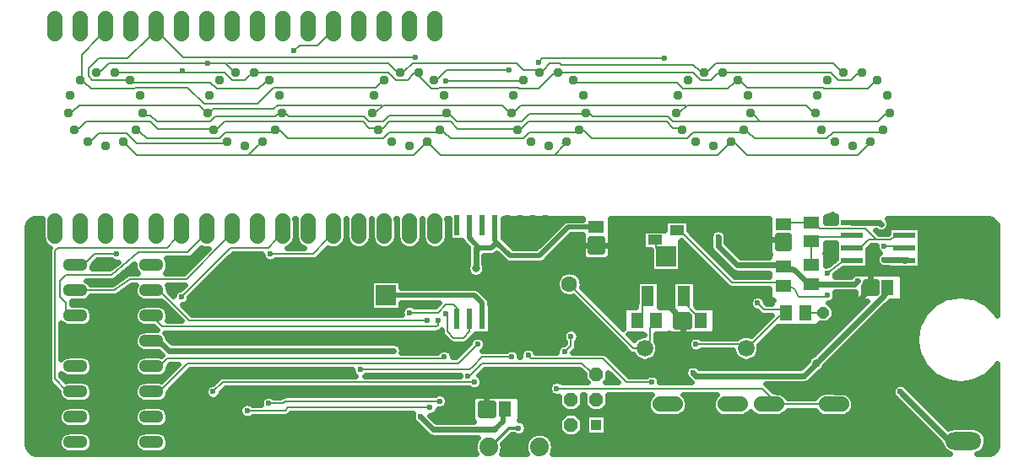
<source format=gbr>
G04 DipTrace 3.0.0.1*
G04 Bottom.gbr*
%MOIN*%
G04 #@! TF.FileFunction,Copper,L2,Bot*
G04 #@! TF.Part,Single*
%AMOUTLINE0*5,1,8,0,0,0.063001,67.499118*%
%AMOUTLINE3*5,1,8,0,0,0.048001,-22.501296*%
%AMOUTLINE6*
4,1,20,
-0.023979,-0.024,
-0.032189,-0.02256,
-0.039411,-0.018399,
-0.044774,-0.012018,
-0.047631,-0.004188,
-0.047639,0.004147,
-0.044795,0.011982,
-0.039444,0.018371,
-0.032228,0.022546,
-0.024021,0.024,
0.023979,0.024,
0.032189,0.02256,
0.039411,0.018399,
0.044774,0.012018,
0.047631,0.004188,
0.047639,-0.004147,
0.044795,-0.011982,
0.039444,-0.018371,
0.032228,-0.022546,
0.024021,-0.024,
-0.023979,-0.024,
0*%
%AMOUTLINE9*5,1,8,0,0,0.06,67.500441*%
%AMOUTLINE12*
4,1,20,
-0.03,0.029974,
-0.028199,0.040236,
-0.022999,0.049264,
-0.015022,0.055967,
-0.005235,0.059539,
0.005184,0.059549,
0.014978,0.055993,
0.022965,0.049303,
0.028182,0.040285,
0.03,0.030026,
0.03,-0.029974,
0.028199,-0.040236,
0.022999,-0.049264,
0.015022,-0.055967,
0.005235,-0.059539,
-0.005184,-0.059549,
-0.014978,-0.055993,
-0.022965,-0.049303,
-0.028182,-0.040285,
-0.03,-0.030026,
-0.03,0.029974,
0*%
%AMOUTLINE15*
4,1,20,
-0.029974,-0.03,
-0.040236,-0.028199,
-0.049264,-0.022999,
-0.055967,-0.015022,
-0.059539,-0.005235,
-0.059549,0.005184,
-0.055993,0.014978,
-0.049303,0.022965,
-0.040285,0.028182,
-0.030026,0.03,
0.029974,0.03,
0.040236,0.028199,
0.049264,0.022999,
0.055967,0.015022,
0.059539,0.005235,
0.059549,-0.005184,
0.055993,-0.014978,
0.049303,-0.022965,
0.040285,-0.028182,
0.030026,-0.03,
-0.029974,-0.03,
0*%
%AMOUTLINE18*
4,1,20,
-0.035219,-0.035249,
-0.047277,-0.033135,
-0.057885,-0.027022,
-0.065762,-0.017652,
-0.069959,-0.006151,
-0.06997,0.006091,
-0.065793,0.017598,
-0.057932,0.026983,
-0.047335,0.033114,
-0.035281,0.035249,
0.035219,0.035249,
0.047277,0.033135,
0.057885,0.027022,
0.065762,0.017652,
0.069959,0.006151,
0.06997,-0.006091,
0.065793,-0.017598,
0.057932,-0.026983,
0.047335,-0.033114,
0.035281,-0.035249,
-0.035219,-0.035249,
0*%
G04 #@! TA.AperFunction,Conductor*
%ADD14C,0.007874*%
%ADD15C,0.019685*%
%ADD16C,0.022*%
%ADD17C,0.011811*%
G04 #@! TA.AperFunction,CopperBalancing*
%ADD18C,0.022008*%
G04 #@! TA.AperFunction,ComponentPad*
%ADD24C,0.063*%
%ADD26R,0.051181X0.059055*%
%ADD28R,0.059055X0.051181*%
G04 #@! TA.AperFunction,ComponentPad*
%ADD30C,0.066*%
%ADD37R,0.086614X0.023622*%
G04 #@! TA.AperFunction,ComponentPad*
%ADD38R,0.042392X0.042461*%
%ADD41C,0.037205*%
%ADD42R,0.07874X0.07874*%
%ADD43R,0.051181X0.062992*%
%ADD44R,0.062992X0.051181*%
%ADD45R,0.051181X0.07874*%
%ADD49R,0.055118X0.03937*%
G04 #@! TA.AperFunction,ComponentPad*
%ADD50C,0.074*%
%ADD51R,0.023622X0.07874*%
G04 #@! TA.AperFunction,ViaPad*
%ADD55C,0.023622*%
%ADD56C,0.031496*%
%ADD57C,0.04*%
G04 #@! TA.AperFunction,ComponentPad*
%ADD118OUTLINE0*%
%ADD121OUTLINE3*%
%ADD124OUTLINE6*%
%ADD127OUTLINE9*%
%ADD130OUTLINE12*%
%ADD133OUTLINE15*%
%ADD136OUTLINE18*%
%FSLAX26Y26*%
G04*
G70*
G90*
G75*
G01*
G04 Bottom*
%LPD*%
X2574959Y1656392D2*
D14*
X2828076Y1403276D1*
X2872962D1*
X2894134Y1437341D1*
Y1481087D1*
X2918612Y1512643D1*
X2181210Y1887642D2*
D15*
Y1837642D1*
X2218710Y1800142D1*
X2268711D1*
X2288864Y1820294D1*
X2281210Y1827948D1*
Y1887642D1*
X2206210Y1718892D2*
D16*
Y1800142D1*
X2218710D1*
X924966Y1431390D2*
X968710Y1418894D1*
X993710Y1393894D1*
X1881210D1*
X1987462Y1131394D2*
X2037727Y1081129D1*
X2281698D1*
X3062866Y1306105D2*
X3075365Y1293606D1*
X3500320D1*
X3550315Y1343601D1*
X3831210Y1624496D1*
Y1643892D1*
X2281698Y1081129D2*
D15*
X2312945Y1112375D1*
Y1156121D1*
X2319194Y1162370D1*
X2681656Y1881045D2*
X2569168D1*
X2456680Y1768556D1*
X2340601D1*
X2288864Y1820294D1*
X675017Y2219256D2*
D14*
X690856Y2227209D1*
X1225017Y2219256D2*
X1207883Y2212150D1*
X690856Y2227209D2*
X715954Y2252307D1*
X826387D1*
X866545Y2212150D1*
X1207883D1*
X2562403Y2219256D2*
X2548139Y2212150D1*
X812403Y2219256D2*
X826387Y2207131D1*
X866545Y2166974D1*
X1308276D1*
X1960836D1*
X2000993Y2207131D1*
X2012403Y2219256D1*
X3762403D2*
X3747844Y2212150D1*
X3212403Y2219256D2*
X3230816Y2212150D1*
X3275992Y2166974D1*
X3714563D1*
X3761361Y2213772D1*
X3762403Y2219256D1*
X2562403D2*
X2555087Y2205202D1*
X2516858Y2166974D1*
X3160121D1*
X3212403Y2219256D1*
X2012403D2*
X2026092Y2207131D1*
X2066249Y2166974D1*
X2516858D1*
X1308276D2*
X1348433Y2207131D1*
X1362403Y2219256D1*
X1845690Y2460783D2*
X1830324Y2453094D1*
X2086328Y2458115D2*
X2377470D1*
X2395690Y2460783D1*
X2452765Y2533409D2*
X2467824Y2548469D1*
X2949714D1*
X645690Y2460783D2*
X650698Y2478193D1*
Y2562310D1*
X715954Y2633803D1*
X743710Y2675142D1*
X645690Y2460783D2*
X660738Y2453094D1*
X1830324D2*
X1810245Y2433016D1*
X1408671D1*
X1343415Y2367760D1*
X1132588D1*
X1067332Y2433016D1*
X861524D1*
X856505Y2427997D1*
X685835D1*
X660738Y2453094D1*
X890450Y2332323D2*
X906702Y2322584D1*
X921760D1*
X946860Y2297484D1*
X1157686D1*
X1177765Y2317563D1*
X1413690D1*
X1423730Y2327602D1*
X1440450Y2332323D1*
X2640450D2*
X2658572Y2327602D1*
X2668612Y2317563D1*
X2964773D1*
X2984852Y2297484D1*
X3326194D1*
X3328702Y2299992D1*
X3331210Y2297484D1*
X3793021D1*
X3823139Y2327602D1*
X3840450Y2332323D1*
X3328702Y2299992D2*
X3306110Y2322584D1*
X3290450Y2332323D1*
X2640450D2*
X2623434Y2327602D1*
X2090450Y2332323D2*
X2106407Y2322584D1*
X2131507Y2297484D1*
X2387509D1*
X2417627Y2327602D1*
X2623434D1*
X2090450Y2332323D2*
X2076289Y2322584D1*
X1440450Y2332323D2*
X1458867Y2327602D1*
X1468907Y2317563D1*
X1765068D1*
X1785147Y2297484D1*
X1840362D1*
X1865462Y2322584D1*
X2076289D1*
X1965856Y2553490D2*
X1052272D1*
X971958Y2633803D1*
X943710Y2675142D1*
X2591730Y2460783D2*
X2608375Y2453094D1*
X2041730Y2460783D2*
X2056210Y2468154D1*
X841730Y2460783D2*
X856505Y2453094D1*
X1157688D1*
X1182785Y2427997D1*
X1348436D1*
X1373533Y2453094D1*
X1391730Y2460783D1*
X841730D2*
X826387Y2463134D1*
X943710Y2675142D2*
X916741Y2633803D1*
X831407Y2548469D1*
X715954D1*
X675797Y2508311D1*
Y2478193D1*
X690856Y2463134D1*
X826387D1*
X3791730Y2460783D2*
X3777962Y2453094D1*
X3241730Y2460783D2*
X3255915Y2453094D1*
X3275993Y2433016D1*
X3577176D1*
X3582194Y2427997D1*
X3752865D1*
X3777962Y2453094D1*
X3241730Y2460783D2*
X3225797Y2453094D1*
X2608375D2*
X2999912D1*
X3025009Y2427997D1*
X3200699D1*
X3225797Y2453094D1*
X2056210Y2468154D2*
X2091348Y2503291D1*
X2337312D1*
X3729084Y2493661D2*
X3712706Y2488232D1*
X3179084Y2493661D2*
X3606883D1*
X3637411Y2463134D1*
X3687608D1*
X3712706Y2488232D1*
X2529084Y2493661D2*
X3064757D1*
X3095285Y2463134D1*
X3135442D1*
X3160541Y2488232D1*
X3179084Y2493661D1*
X2529084D2*
X2513001Y2488232D1*
X1979084Y2493661D2*
X1980915Y2478193D1*
X2031110Y2427997D1*
X2056211D1*
X2061230Y2433016D1*
X2372451D1*
X2377470Y2427997D1*
X2452766D1*
X2513001Y2488232D1*
X1329084Y2493661D2*
X1860033D1*
X1890560Y2463134D1*
X1935738D1*
X1960836Y2488232D1*
X1979084Y2493661D1*
X1047253Y2498272D2*
Y2493252D1*
X1212903D1*
X1243021Y2463134D1*
X1293218D1*
X1313297Y2483213D1*
X1329084Y2493661D1*
X779084D2*
X1047253D1*
X1258336D2*
X1243021Y2503291D1*
X708336Y2493661D2*
X725993Y2498272D1*
X3658336Y2493661D2*
X3642430Y2503291D1*
X3108336Y2493661D2*
X3125403Y2498272D1*
X3155521Y2528390D1*
X3617332D1*
X3642430Y2503291D1*
X2458336Y2493661D2*
X2472844Y2503291D1*
X2497942Y2528390D1*
X2538100D1*
X2543119Y2523370D1*
X3065167D1*
X3090265Y2498272D1*
X3108336Y2493661D1*
X2458336D2*
X2442726Y2503291D1*
X1908336Y2493661D2*
X1925698Y2498272D1*
X1955816Y2528390D1*
X2367430D1*
X2392529Y2503291D1*
X2442726D1*
X1908336Y2493661D2*
X1890560Y2498272D1*
X1243021Y2503291D2*
X1220432Y2525881D1*
X1222942Y2528390D1*
X1860442D1*
X1890560Y2498272D1*
X1147647Y2528390D2*
X1217923D1*
X1220432Y2525881D1*
X725993Y2498272D2*
X756112Y2528390D1*
X1147647D1*
X3815360Y2266173D2*
X3798041Y2257327D1*
X3617332D1*
X3592234Y2232228D1*
X3306112D1*
X3281013Y2257327D1*
X3265360Y2266173D1*
X865360D2*
X881604Y2257327D1*
X1415360Y2266173D2*
X1398631Y2257327D1*
X1217923D1*
X1192824Y2232228D1*
X906702D1*
X881604Y2257327D1*
X2065360Y2266173D2*
X2051190Y2257327D1*
X1865462D1*
X1840364Y2232228D1*
X1463887D1*
X1433769Y2262346D1*
X1415360Y2266173D1*
X2065360D2*
X2081308Y2257327D1*
X2615360Y2266173D2*
X2598336Y2257327D1*
X2417627D1*
X2392529Y2232228D1*
X2106407D1*
X2081308Y2257327D1*
X2615360Y2266173D2*
X2633474Y2262346D1*
X3265360Y2266173D2*
X3250895Y2257327D1*
X3065167D1*
X3040068Y2232228D1*
X2663592D1*
X2633474Y2262346D1*
X596970Y2332323D2*
X615560Y2337642D1*
X640659Y2362740D1*
X1112509D1*
X1132588Y2342661D1*
X1146970Y2332323D1*
X1162706Y2342661D1*
X1167726Y2347681D1*
X1408671D1*
X1423730Y2362740D1*
X1835350D1*
X1837857Y2360234D1*
X1840364Y2362740D1*
X2312214D1*
X2332293Y2342661D1*
X2346970Y2332323D1*
X2362411Y2342661D1*
X2382490Y2362740D1*
X3035054D1*
X3037560Y2360234D1*
X3040068Y2362740D1*
X3511919D1*
X3531997Y2342661D1*
X3546970Y2332323D1*
X3037560Y2360234D2*
X3014971Y2337642D1*
X2996970Y2332323D1*
X1837857Y2360234D2*
X1815265Y2337642D1*
X1796970Y2332323D1*
X622060Y2266173D2*
X640659Y2272386D1*
X665757Y2297484D1*
X921761D1*
X950681Y2268564D1*
X1157686D1*
X1172060Y2266173D1*
X3022060D2*
X3004930Y2272386D1*
X2372060Y2266173D2*
X2387509Y2272386D1*
X2412608Y2297484D1*
X2959753D1*
X2984852Y2272386D1*
X3004930D1*
X1822060Y2266173D2*
X1840364Y2272386D1*
X1865462Y2297484D1*
X2106407D1*
X2135327Y2268564D1*
X2357391D1*
X2372060Y2266173D1*
X1822060D2*
X1805226Y2272386D1*
X1172060Y2266173D2*
X1187804Y2272386D1*
X1212903Y2297484D1*
X1760049D1*
X1785147Y2272386D1*
X1805226D1*
X2963100Y1003118D2*
D16*
X2983934Y1000142D1*
X2574962D1*
X2493710Y1081394D1*
Y1237362D1*
Y1287642D1*
X2556210D1*
X2581210Y1300139D1*
X2574959Y1796392D2*
X2623139Y1807567D1*
X2681656D1*
X2783793D1*
X2885020Y1891451D1*
X2887462Y1893894D1*
X2912882Y1905853D1*
X3231210Y1831395D2*
X3406210D1*
X3419079Y1826614D1*
X3764281Y1643892D2*
X3762462Y1647016D1*
Y1700142D1*
Y1637644D1*
X3687465Y1562647D1*
X3677324Y1543252D1*
X3018808Y1512643D2*
X2993710Y1543895D1*
X2962877Y1574728D1*
Y1631071D1*
X2788707Y1805240D1*
X2783793Y1807567D1*
X3677324Y1543252D2*
X3656210Y1531395D1*
X3468416Y1343601D1*
X3081614D1*
X3025370Y1399845D1*
Y1481394D1*
X3018808Y1512643D1*
X3762462Y1700142D2*
X4003088D1*
Y1900143D1*
X3896072D1*
X2281210Y1517563D2*
D15*
Y1662642D1*
X2681656Y1814115D2*
Y1807567D1*
X2281210Y1662642D2*
D16*
X2162636D1*
X2112966Y1712312D1*
X1263055D1*
Y1618572D1*
X2246836Y1234516D2*
Y1237362D1*
X2493710D1*
X624966Y1431390D2*
X662462Y1412642D1*
X806210Y1268894D1*
Y1181391D1*
X1187462D1*
Y1187643D1*
X1706210Y1222020D2*
X1831210D1*
Y1222016D1*
X1581210D2*
X1706210D1*
Y1222020D1*
X1456210Y1222016D2*
X1581210D1*
X1334336D2*
X1456210D1*
X1187462Y1187643D2*
X1221835Y1222016D1*
X1334336D1*
X1831210D2*
Y1224328D1*
X1844244Y1237362D1*
X2249682D1*
X2246836Y1234516D1*
X2356690Y1012386D2*
X2475428Y1131123D1*
X2493710D1*
Y1237362D1*
X2246836Y1234516D2*
Y1167799D1*
X2252265Y1162370D1*
X2281210Y1517563D2*
X2331210D1*
X2381210D1*
X2431210D1*
X2481210D2*
D15*
X2431210D1*
X2331210Y1887642D2*
X2381210D1*
X2431210D1*
X2481210D2*
X2431210D1*
X2381688Y1812302D2*
Y1887164D1*
X2381210Y1887642D1*
X924966Y1331390D2*
D14*
X968710Y1343894D1*
X987458Y1362642D1*
X2074959D1*
X2081210Y1368892D1*
X924966Y1631390D2*
X968710Y1618894D1*
X1074961Y1512643D1*
X2012461D1*
X924966Y1531390D2*
X968714Y1487642D1*
X2049961D1*
X2056210Y1493891D1*
Y1512642D1*
X924966Y1231390D2*
X968710Y1243894D1*
X1068710Y1343894D1*
X2137462D1*
X2212462Y1418894D1*
X2256690Y1012386D2*
D17*
X2262950D1*
X2337942Y1087378D1*
X2375438D1*
X3027076Y1608902D2*
D14*
X3037462Y1575142D1*
X3068710Y1543895D1*
X3093612Y1512643D1*
X1168710Y1231395D2*
X1206209Y1268894D1*
X2199962D1*
X1303084Y1156394D2*
X1453084D1*
X1465310Y1168619D1*
X2025475D1*
X1387462Y1184520D2*
X1443709D1*
X1453081Y1193892D1*
X2062971D1*
Y1193617D1*
X1749962Y1318894D2*
X2181210D1*
X2193710Y1330605D1*
X2231999Y1368894D1*
X2346836D1*
X2556210Y1387642D2*
X2581210Y1412642D1*
Y1450142D1*
X2843808Y1512643D2*
X2862462Y1543895D1*
Y1575142D1*
X2885344Y1608902D1*
X3577324Y1543252D2*
X3506570Y1543580D1*
X3074962Y1418894D2*
X3243710D1*
X3272962Y1403276D1*
X3431766Y1543580D2*
X3419268Y1556079D1*
X3344024D1*
X3318710Y1581392D1*
X3272962Y1403276D2*
X3296835Y1422017D1*
X3406202Y1531383D1*
X3431766Y1543580D1*
X3272962Y1403276D2*
X3293710Y1425142D1*
X2912882Y1831050D2*
X2918710Y1818895D1*
Y1800142D1*
X2956210Y1766382D1*
X3531567Y1731060D2*
Y1825241D1*
X3531210D1*
X3562462Y1843549D1*
X3691348D1*
Y1850143D1*
X3419079Y1893543D2*
X3456210Y1900142D1*
X3531210Y1900045D2*
X3562462Y1875142D1*
X3743715D1*
X3787462Y1831395D1*
X3843710D1*
X3856210Y1843895D1*
X3896072Y1850143D1*
X3787462Y1831395D2*
X3756210D1*
X3731210Y1806395D1*
X3691348Y1800143D1*
X3456210Y1900142D2*
X3531210Y1900045D1*
X2999496Y1868451D2*
X3024962Y1856395D1*
X3218715Y1662642D1*
X3399962D1*
X3419079Y1649819D1*
X3594060Y1699814D2*
X3649962Y1743894D1*
X3691348Y1750143D1*
X3419079Y1649819D2*
X3462462Y1637642D1*
X3481210Y1606073D1*
X3593710D1*
Y1612642D1*
X3818710Y1806395D2*
X3856210D1*
X3896072Y1800143D1*
X2412462Y1375142D2*
X2424962Y1362642D1*
X2706214D1*
X2799962Y1268894D1*
X2899962D1*
X2524962Y1243894D2*
X3337459D1*
X3387461Y1193892D1*
X3363058Y1181118D1*
X3619058D1*
X2174962Y1293894D2*
X2181996D1*
X2231996Y1343894D1*
X2624958D1*
X2656210Y1312642D1*
X2681210Y1300139D1*
X624966Y1731390D2*
X668710Y1743894D1*
X699958Y1775142D1*
X787462D1*
X624966Y1231390D2*
X590672Y1246932D1*
X587462Y1243722D1*
Y1237374D1*
X543710Y1281126D1*
Y1787642D1*
X556210Y1800142D1*
X987457D1*
X1018710Y1831395D1*
X1043710Y1875142D1*
X624966Y1531390D2*
X587462Y1550143D1*
Y1581088D1*
X562462Y1606088D1*
Y1668673D1*
X587682Y1693894D1*
X769001D1*
X875161Y1781394D1*
X1068709D1*
X1118710Y1831395D1*
X1143710Y1875142D1*
X624966Y1631390D2*
X649024Y1625377D1*
X643274Y1631126D1*
X777000D1*
X839071Y1676348D1*
X1063663D1*
X1218710Y1831395D1*
X1243710Y1875142D1*
X1043710Y1606394D2*
X1237458Y1800142D1*
X1387457D1*
X1418710Y1831395D1*
X1443710Y1875142D1*
X1393710Y1775142D2*
X1562457D1*
X1618710Y1831395D1*
X1643710Y1875142D1*
X1488986Y2578587D2*
X1509064Y2598665D1*
X1579340D1*
X1614478Y2633803D1*
X1643710Y2675142D1*
X2231210Y1517563D2*
D15*
Y1581392D1*
X2200280Y1612323D1*
X1850493D1*
X1943710Y1543892D2*
D14*
X2056211D1*
X2087461Y1575142D1*
X2118710D1*
X2131210Y1562642D1*
Y1517563D1*
X2087461Y1537643D2*
X2093710D1*
Y1468894D1*
X2118710Y1443894D1*
X2156211D1*
X2181210Y1468892D1*
Y1517563D1*
X3881530Y1231113D2*
D16*
X4075260Y1037383D1*
X4131504D1*
X3806210Y1893892D2*
X3799959Y1900143D1*
X3691348D1*
X3818710Y1753268D2*
X3906266D1*
X3896072Y1750143D1*
X3162459Y1843892D2*
Y1806449D1*
X3237516Y1731392D1*
X3425849D1*
X3419079Y1724622D1*
X3531567Y1656257D2*
X3699824D1*
X3712459Y1668892D1*
X3419079Y1724622D2*
X3462462Y1712642D1*
X3506537Y1668567D1*
X3519257D1*
X3531567Y1656257D1*
D55*
X1488986Y2578587D3*
X1965856Y2553490D3*
X2949714Y2548469D3*
X2452765Y2533409D3*
X1147647Y2528390D3*
X2337312Y2503291D3*
X1047253Y2498272D3*
X2086328Y2458115D3*
X3806210Y1893892D3*
X3162459Y1843892D3*
X3231210Y1831395D3*
X3818710Y1806395D3*
X787462Y1775142D3*
X1393710D3*
X3818710Y1753268D3*
D56*
X2206210Y1718892D3*
D55*
X3594060Y1699814D3*
D57*
X2281210Y1662642D3*
D55*
X3712459Y1668892D3*
X3593710Y1612642D3*
X1043710Y1606394D3*
X3318710Y1581392D3*
X1943710Y1543892D3*
X2087461Y1537643D3*
X2012461Y1512643D3*
X2056210Y1512642D3*
X2581210Y1450142D3*
X2212462Y1418894D3*
X3074962D3*
X1881210Y1393894D3*
X2556210Y1387642D3*
X2412462Y1375142D3*
X2081210Y1368892D3*
X2346836Y1368894D3*
D56*
X3550315Y1343601D3*
D55*
X1749962Y1318894D3*
X3062866Y1306105D3*
X2174962Y1293894D3*
X2199962Y1268894D3*
X2899962D3*
X2524962Y1243894D3*
D56*
X2246836Y1234516D3*
D55*
X1168710Y1231395D3*
X1334336Y1222016D3*
X1456210D3*
X1581210D3*
X1706210Y1222020D3*
X1831210Y1222016D3*
X1187462Y1187643D3*
X1387462Y1184520D3*
X2025475Y1168619D3*
X2062971Y1193617D3*
X3881530Y1231113D3*
X1303084Y1156394D3*
X1987462Y1131394D3*
X2375438Y1087378D3*
X2281698Y1081129D3*
X2381688Y1812302D3*
X454159Y1911021D2*
D18*
X492441D1*
X2315028D2*
X2624754D1*
X2738551D2*
X3362190D1*
X3588132D2*
X3626027D1*
X3834990D2*
X4242462D1*
X437911Y1889144D2*
X491710D1*
X2315028D2*
X2533155D1*
X2738551D2*
X2949929D1*
X3049068D2*
X3362190D1*
X3839675D2*
X4260988D1*
X436922Y1867268D2*
X491710D1*
X2315028D2*
X2511276D1*
X2738551D2*
X2863316D1*
X3049842D2*
X3138973D1*
X3185929D2*
X3362190D1*
X3961363D2*
X4262965D1*
X436922Y1845391D2*
X491710D1*
X2315028D2*
X2489397D1*
X2577618D2*
X2624754D1*
X2738551D2*
X2863316D1*
X3071721D2*
X3128700D1*
X3196246D2*
X3362190D1*
X3398572D2*
X3439561D1*
X3961363D2*
X4262922D1*
X436922Y1823514D2*
X497040D1*
X1490377D2*
X1496988D1*
X1690383D2*
X1697048D1*
X1890388D2*
X1896992D1*
X1990412D2*
X1997045D1*
X2090393D2*
X2152961D1*
X2329771D2*
X2467518D1*
X2555739D2*
X2624754D1*
X2661136D2*
X2702169D1*
X2738551D2*
X2863316D1*
X3093599D2*
X3129474D1*
X3195472D2*
X3362190D1*
X3398572D2*
X3439561D1*
X3961363D2*
X4262922D1*
X436922Y1801638D2*
X517285D1*
X1470132D2*
X1517311D1*
X1670137D2*
X1717316D1*
X1770118D2*
X1817297D1*
X1870099D2*
X1917279D1*
X1970123D2*
X2017303D1*
X2070104D2*
X2173120D1*
X2351650D2*
X2445639D1*
X2533860D2*
X2624754D1*
X2661136D2*
X2702169D1*
X2738551D2*
X2863316D1*
X3017560D2*
X3043936D1*
X3115478D2*
X3129861D1*
X3213009D2*
X3362190D1*
X3398572D2*
X3439561D1*
X3588132D2*
X3626027D1*
X3762218D2*
X3785283D1*
X3961363D2*
X4262922D1*
X436922Y1779761D2*
X517758D1*
X1102832D2*
X1131314D1*
X1602824D2*
X2173206D1*
X2511981D2*
X2624754D1*
X2738551D2*
X2894824D1*
X3017560D2*
X3065814D1*
X3234888D2*
X3362405D1*
X3587229D2*
X3626027D1*
X3756673D2*
X3799253D1*
X3961363D2*
X4262922D1*
X436922Y1757885D2*
X517758D1*
X1074162D2*
X1109435D1*
X1230968D2*
X1365018D1*
X1580945D2*
X2173206D1*
X2239204D2*
X2307145D1*
X2490102D2*
X2630213D1*
X2733135D2*
X2894824D1*
X3017560D2*
X3087693D1*
X3588476D2*
X3626027D1*
X3756630D2*
X3785240D1*
X3961363D2*
X4262879D1*
X436965Y1736008D2*
X517758D1*
X696589D2*
X780563D1*
X994598D2*
X1087556D1*
X1209089D2*
X2172862D1*
X2239548D2*
X2894824D1*
X3017560D2*
X3109572D1*
X3588476D2*
X3599419D1*
X3756630D2*
X3790011D1*
X3961363D2*
X4262879D1*
X436965Y1714131D2*
X517758D1*
X833064D2*
X858837D1*
X991117D2*
X1065677D1*
X1187210D2*
X2168779D1*
X2243631D2*
X2894824D1*
X3017560D2*
X3131451D1*
X3652737D2*
X4262879D1*
X436965Y1692255D2*
X517758D1*
X806543D2*
X818403D1*
X1165331D2*
X2180470D1*
X2231940D2*
X2536078D1*
X2613854D2*
X3153330D1*
X3224873D2*
X3362190D1*
X3626946D2*
X3688955D1*
X3890396D2*
X4262837D1*
X436965Y1670378D2*
X517758D1*
X774391D2*
X788344D1*
X1143452D2*
X1789143D1*
X1911880D2*
X2523398D1*
X2626491D2*
X3175209D1*
X3893620D2*
X4262837D1*
X436965Y1648501D2*
X517758D1*
X843337D2*
X858751D1*
X991160D2*
X1050074D1*
X1121574D2*
X1789143D1*
X1911880D2*
X2522065D1*
X2627823D2*
X2837741D1*
X2932925D2*
X2979502D1*
X3074643D2*
X3197088D1*
X3738791D2*
X3783606D1*
X3893620D2*
X4262837D1*
X436965Y1626625D2*
X517758D1*
X813334D2*
X855356D1*
X996748D2*
X1017234D1*
X1099695D2*
X1789143D1*
X2230091D2*
X2530963D1*
X2640504D2*
X2837741D1*
X2932925D2*
X2979502D1*
X3074643D2*
X3362190D1*
X3738275D2*
X3783606D1*
X3893620D2*
X4262794D1*
X436965Y1604748D2*
X517758D1*
X685500D2*
X864425D1*
X1077816D2*
X1789143D1*
X2251970D2*
X2590840D1*
X2662383D2*
X2837741D1*
X2932925D2*
X2979502D1*
X3074643D2*
X3295221D1*
X3342220D2*
X3362921D1*
X3626517D2*
X3701894D1*
X3893620D2*
X4064680D1*
X4172716D2*
X4262794D1*
X436965Y1582871D2*
X517758D1*
X613329D2*
X968963D1*
X1067027D2*
X1789143D1*
X2263017D2*
X2612719D1*
X2684262D2*
X2837741D1*
X2932925D2*
X2979502D1*
X3074643D2*
X3284948D1*
X3353009D2*
X3373280D1*
X3606529D2*
X3743846D1*
X3835334D2*
X4019417D1*
X4218021D2*
X4262794D1*
X436965Y1560995D2*
X517758D1*
X683006D2*
X866918D1*
X983036D2*
X990864D1*
X1062384D2*
X1789143D1*
X2265037D2*
X2634598D1*
X2706140D2*
X2788567D1*
X3148834D2*
X3292384D1*
X3619553D2*
X3721967D1*
X3813455D2*
X3994487D1*
X4242952D2*
X4262794D1*
X436965Y1539118D2*
X517758D1*
X694268D2*
X855657D1*
X994255D2*
X1012721D1*
X1084263D2*
X1910272D1*
X2265037D2*
X2656477D1*
X2727976D2*
X2785343D1*
X3152101D2*
X3325224D1*
X3621488D2*
X3700088D1*
X3791576D2*
X3973983D1*
X437008Y1517241D2*
X517758D1*
X692248D2*
X857677D1*
X992234D2*
X1034599D1*
X2265037D2*
X2678356D1*
X2749855D2*
X2785343D1*
X2996713D2*
X3046042D1*
X3152101D2*
X3356301D1*
X3612848D2*
X3678209D1*
X3769697D2*
X3962334D1*
X437008Y1495365D2*
X517758D1*
X675613D2*
X874312D1*
X2265037D2*
X2700234D1*
X2771734D2*
X2785343D1*
X2996713D2*
X3046042D1*
X3152101D2*
X3334422D1*
X3561912D2*
X3656330D1*
X3747818D2*
X3951416D1*
X437008Y1473488D2*
X517758D1*
X569657D2*
X887422D1*
X2265037D2*
X2557699D1*
X2604698D2*
X2722113D1*
X3152101D2*
X3312543D1*
X3384086D2*
X3634452D1*
X3725939D2*
X3946516D1*
X437008Y1451612D2*
X517758D1*
X569657D2*
X859955D1*
X989956D2*
X2075245D1*
X2199701D2*
X2547426D1*
X2614971D2*
X2743992D1*
X2815492D2*
X2849518D1*
X2920072D2*
X3249529D1*
X3362207D2*
X3612573D1*
X3704060D2*
X3943035D1*
X437008Y1429735D2*
X517758D1*
X569657D2*
X855356D1*
X1003625D2*
X2097124D1*
X2244362D2*
X2554862D1*
X2607535D2*
X2765871D1*
X2920846D2*
X3043076D1*
X3340328D2*
X3590694D1*
X3682181D2*
X3942089D1*
X437008Y1407858D2*
X517758D1*
X569657D2*
X861889D1*
X1911751D2*
X2165684D1*
X2244276D2*
X2529716D1*
X2606675D2*
X2787750D1*
X2927767D2*
X3043162D1*
X3327777D2*
X3568815D1*
X3660345D2*
X3945571D1*
X437008Y1385982D2*
X517758D1*
X569657D2*
X955853D1*
X2109994D2*
X2143805D1*
X2712717D2*
X2809629D1*
X2925059D2*
X3220858D1*
X3325026D2*
X3546936D1*
X3638466D2*
X3949353D1*
X437008Y1364105D2*
X517758D1*
X680256D2*
X869669D1*
X2740528D2*
X2835377D1*
X2910573D2*
X3235344D1*
X3310540D2*
X3519082D1*
X3616587D2*
X3959240D1*
X437008Y1342228D2*
X517758D1*
X693452D2*
X856516D1*
X2762407D2*
X3503178D1*
X3594708D2*
X3970372D1*
X437008Y1320352D2*
X517758D1*
X693366D2*
X856559D1*
X993352D2*
X1009404D1*
X2784286D2*
X3032459D1*
X3579406D2*
X3988426D1*
X4249013D2*
X4262622D1*
X437051Y1298475D2*
X517758D1*
X680041D2*
X869884D1*
X980027D2*
X987512D1*
X1059075D2*
X1723635D1*
X2222354D2*
X2631503D1*
X2806165D2*
X2886614D1*
X2913281D2*
X3030009D1*
X3550951D2*
X4010563D1*
X4226833D2*
X4262622D1*
X437051Y1276598D2*
X518231D1*
X584014D2*
X965653D1*
X1037196D2*
X1178166D1*
X2232799D2*
X2635586D1*
X2726816D2*
X2756501D1*
X2932796D2*
X3046601D1*
X3529072D2*
X4050366D1*
X4187030D2*
X4262622D1*
X437051Y1254722D2*
X534350D1*
X688165D2*
X861760D1*
X1015317D2*
X1145198D1*
X2230435D2*
X2493051D1*
X3362379D2*
X3858313D1*
X3904753D2*
X4262579D1*
X437051Y1232845D2*
X555326D1*
X694612D2*
X855313D1*
X994598D2*
X1134924D1*
X1205908D2*
X2493137D1*
X3384258D2*
X3847782D1*
X3925557D2*
X4262579D1*
X437051Y1210969D2*
X560055D1*
X689884D2*
X860084D1*
X989870D2*
X1142404D1*
X1195033D2*
X1367941D1*
X1406945D2*
X1434395D1*
X2091596D2*
X2193280D1*
X2378172D2*
X2531479D1*
X2730942D2*
X2891557D1*
X3034668D2*
X3147527D1*
X3434636D2*
X3547495D1*
X3690606D2*
X3854960D1*
X3947436D2*
X4262579D1*
X437051Y1189092D2*
X588510D1*
X661385D2*
X888539D1*
X961372D2*
X1353972D1*
X2096454D2*
X2189841D1*
X2381610D2*
X2531479D1*
X2730942D2*
X2881756D1*
X3044426D2*
X3137770D1*
X3700406D2*
X3877785D1*
X3969315D2*
X4262579D1*
X437051Y1167215D2*
X573982D1*
X676000D2*
X873968D1*
X975986D2*
X1271184D1*
X2082527D2*
X2189841D1*
X2226266D2*
X2271597D1*
X2381610D2*
X2544761D1*
X2617679D2*
X2644742D1*
X2717660D2*
X2883433D1*
X3042749D2*
X3139446D1*
X3698687D2*
X3899664D1*
X3991194D2*
X4262536D1*
X437051Y1145339D2*
X557605D1*
X692291D2*
X857634D1*
X992320D2*
X1271270D1*
X2049042D2*
X2189841D1*
X2226266D2*
X2271597D1*
X2381610D2*
X2558258D1*
X2604182D2*
X2896500D1*
X3029682D2*
X3152513D1*
X3285695D2*
X3296511D1*
X3429649D2*
X3552481D1*
X3685663D2*
X3921543D1*
X4013073D2*
X4262536D1*
X437051Y1123462D2*
X555713D1*
X694225D2*
X855700D1*
X994255D2*
X1954675D1*
X2041133D2*
X2189841D1*
X2381610D2*
X2535433D1*
X2627007D2*
X2638032D1*
X2724409D2*
X3943421D1*
X4034952D2*
X4262536D1*
X437051Y1101585D2*
X567061D1*
X682835D2*
X867090D1*
X982864D2*
X1971525D1*
X2405853D2*
X2531479D1*
X2630918D2*
X2638031D1*
X2724409D2*
X3965300D1*
X4056831D2*
X4262493D1*
X437094Y1079709D2*
X1993403D1*
X2408303D2*
X2533628D1*
X2628769D2*
X2637992D1*
X2724409D2*
X3987179D1*
X4204137D2*
X4262493D1*
X437094Y1057832D2*
X564267D1*
X685672D2*
X864253D1*
X985658D2*
X2015368D1*
X2346922D2*
X2362046D1*
X2388875D2*
X2420408D1*
X2492939D2*
X2554131D1*
X2608266D2*
X4009058D1*
X4219526D2*
X4262493D1*
X437094Y1035955D2*
X555326D1*
X694569D2*
X855356D1*
X994598D2*
X2202822D1*
X2325086D2*
X2402827D1*
X2510563D2*
X4030937D1*
X4223480D2*
X4262450D1*
X438255Y1014079D2*
X558851D1*
X691088D2*
X858837D1*
X991074D2*
X2197707D1*
X2315673D2*
X2397712D1*
X2515678D2*
X4044520D1*
X4218494D2*
X4261332D1*
X453127Y992202D2*
X579784D1*
X670154D2*
X879771D1*
X970140D2*
X2201404D1*
X2311976D2*
X2401409D1*
X2511981D2*
X4063304D1*
X4199710D2*
X4246417D1*
X2626096Y1652368D2*
X2624837Y1644418D1*
X2623885Y1641041D1*
X2787511Y1477404D1*
X2787730Y1553847D1*
X2788751Y1557467D1*
X2790588Y1560748D1*
X2793142Y1563510D1*
X2796269Y1565600D1*
X2799798Y1566902D1*
X2803533Y1567344D1*
X2838737D1*
X2839022Y1578854D1*
X2839958Y1582748D1*
Y1668067D1*
X2930730D1*
Y1567355D1*
X2961390Y1567147D1*
X2965010Y1566126D1*
X2968296Y1564285D1*
X2969128Y1564288D1*
X2972410Y1566126D1*
X2976030Y1567147D1*
X2981671Y1567344D1*
X2981691Y1668067D1*
X3072462D1*
Y1573717D1*
X3078832Y1567335D1*
X3136390Y1567147D1*
X3140010Y1566126D1*
X3143292Y1564288D1*
X3146054Y1561735D1*
X3148143Y1558608D1*
X3149445Y1555079D1*
X3149887Y1551344D1*
X3149690Y1471439D1*
X3148669Y1467819D1*
X3146832Y1464538D1*
X3144278Y1461776D1*
X3141151Y1459686D1*
X3137622Y1458384D1*
X3133882Y1457942D1*
X2976030Y1458139D1*
X2972410Y1459160D1*
X2969124Y1461001D1*
X2968292Y1460998D1*
X2965010Y1459160D1*
X2961390Y1458139D1*
X2947883Y1457942D1*
X2917837D1*
X2917793Y1435479D1*
X2917549Y1433474D1*
X2917977Y1430861D1*
X2921738Y1423479D1*
X2924298Y1415600D1*
X2925594Y1407418D1*
Y1399133D1*
X2924298Y1390951D1*
X2921738Y1383072D1*
X2917977Y1375690D1*
X2913108Y1368988D1*
X2907250Y1363130D1*
X2900547Y1358260D1*
X2893166Y1354499D1*
X2885287Y1351939D1*
X2877104Y1350643D1*
X2868820D1*
X2860637Y1351939D1*
X2852758Y1354499D1*
X2845376Y1358260D1*
X2838674Y1363130D1*
X2832816Y1368988D1*
X2827947Y1375690D1*
X2825765Y1379645D1*
X2820742Y1380705D1*
X2815676Y1383040D1*
X2811295Y1386494D1*
X2590358Y1607431D1*
X2582984Y1605729D1*
X2574959Y1605097D1*
X2566935Y1605729D1*
X2559108Y1607608D1*
X2551672Y1610688D1*
X2544809Y1614894D1*
X2538688Y1620121D1*
X2533461Y1626242D1*
X2529255Y1633105D1*
X2526175Y1640541D1*
X2524296Y1648368D1*
X2523664Y1656392D1*
X2524296Y1664417D1*
X2526175Y1672244D1*
X2529255Y1679680D1*
X2533461Y1686543D1*
X2538688Y1692664D1*
X2544809Y1697891D1*
X2551672Y1702097D1*
X2559108Y1705177D1*
X2566935Y1707056D1*
X2574959Y1707688D1*
X2582984Y1707056D1*
X2590810Y1705177D1*
X2598247Y1702097D1*
X2605110Y1697891D1*
X2611231Y1692664D1*
X2616458Y1686543D1*
X2620664Y1679680D1*
X2623744Y1672244D1*
X2625623Y1664417D1*
X2626255Y1656392D1*
X2626096Y1652368D1*
X3613464Y1520039D2*
X3598145Y1505064D1*
X3594085Y1502790D1*
X3589606Y1501527D1*
X3575505Y1501283D1*
X3565042Y1501527D1*
X3563512Y1501832D1*
X3562403Y1501144D1*
X3561101Y1497615D1*
X3559012Y1494488D1*
X3556250Y1491935D1*
X3552968Y1490097D1*
X3549348Y1489076D1*
X3535841Y1488879D1*
X3397217D1*
X3324231Y1415851D1*
X3325594Y1407418D1*
Y1399133D1*
X3324298Y1390951D1*
X3321738Y1383072D1*
X3317977Y1375690D1*
X3313108Y1368988D1*
X3307250Y1363130D1*
X3300547Y1358260D1*
X3293166Y1354499D1*
X3285287Y1351939D1*
X3277104Y1350643D1*
X3268820D1*
X3260637Y1351939D1*
X3252758Y1354499D1*
X3245376Y1358260D1*
X3238674Y1363130D1*
X3232816Y1368988D1*
X3227947Y1375690D1*
X3224185Y1383072D1*
X3221625Y1390951D1*
X3220800Y1395161D1*
X3095802D1*
X3091476Y1391945D1*
X3087057Y1389693D1*
X3082340Y1388161D1*
X3077442Y1387385D1*
X3072482D1*
X3067584Y1388161D1*
X3062867Y1389693D1*
X3058448Y1391945D1*
X3054435Y1394860D1*
X3050928Y1398367D1*
X3048013Y1402379D1*
X3045762Y1406798D1*
X3044229Y1411515D1*
X3043453Y1416414D1*
Y1421374D1*
X3044229Y1426272D1*
X3045762Y1430989D1*
X3048013Y1435408D1*
X3050928Y1439420D1*
X3054435Y1442927D1*
X3058448Y1445843D1*
X3062867Y1448094D1*
X3067584Y1449627D1*
X3072482Y1450403D1*
X3077442D1*
X3082340Y1449627D1*
X3087057Y1448094D1*
X3091476Y1445843D1*
X3095809Y1442631D1*
X3237743Y1442626D1*
X3245376Y1448291D1*
X3252758Y1452052D1*
X3260637Y1454612D1*
X3268820Y1455908D1*
X3277104D1*
X3285287Y1454612D1*
X3293269Y1452005D1*
X3373577Y1532321D1*
X3342162Y1532420D1*
X3336690Y1533508D1*
X3331624Y1535844D1*
X3327242Y1539297D1*
X3316695Y1549844D1*
X3311332Y1550659D1*
X3306615Y1552192D1*
X3302196Y1554444D1*
X3298183Y1557359D1*
X3294676Y1560866D1*
X3291761Y1564878D1*
X3289510Y1569297D1*
X3287977Y1574014D1*
X3287201Y1578913D1*
Y1583872D1*
X3287977Y1588771D1*
X3289510Y1593488D1*
X3291761Y1597907D1*
X3294676Y1601919D1*
X3298183Y1605426D1*
X3302196Y1608341D1*
X3306615Y1610593D1*
X3311332Y1612125D1*
X3316230Y1612901D1*
X3321190D1*
X3326088Y1612125D1*
X3330805Y1610593D1*
X3335224Y1608341D1*
X3339237Y1605426D1*
X3342744Y1601919D1*
X3345659Y1597907D1*
X3347910Y1593488D1*
X3349443Y1588771D1*
X3350236Y1583436D1*
X3353880Y1579785D1*
X3375531Y1579811D1*
X3375688Y1584784D1*
X3376709Y1588404D1*
X3378546Y1591685D1*
X3379328Y1592676D1*
X3379123Y1593593D1*
X3375434Y1594326D1*
X3372018Y1595901D1*
X3369064Y1598230D1*
X3366736Y1601183D1*
X3365161Y1604599D1*
X3364427Y1608288D1*
X3364378Y1638901D1*
X3216853Y1638982D1*
X3211382Y1640071D1*
X3206315Y1642407D1*
X3201934Y1645860D1*
X3018808Y1828986D1*
X3015376Y1825547D1*
Y1707216D1*
X2897045D1*
X2896782Y1791067D1*
X2894213Y1791569D1*
X2865528D1*
Y1870530D1*
X2952141D1*
X2952142Y1907932D1*
X3046851D1*
Y1868085D1*
X3228568Y1686351D1*
X3364378Y1686571D1*
Y1700627D1*
X3235100Y1700692D1*
X3230327Y1701448D1*
X3225731Y1702941D1*
X3221425Y1705135D1*
X3217516Y1707975D1*
X3140684Y1784673D1*
X3137545Y1788348D1*
X3135020Y1792468D1*
X3133171Y1796933D1*
X3132043Y1801631D1*
X3131664Y1806449D1*
Y1836753D1*
X3130853Y1843892D1*
X3131242Y1848837D1*
X3132400Y1853659D1*
X3134298Y1858241D1*
X3136889Y1862470D1*
X3140110Y1866241D1*
X3143882Y1869462D1*
X3148110Y1872054D1*
X3152692Y1873952D1*
X3157515Y1875110D1*
X3162459Y1875499D1*
X3167404Y1875110D1*
X3172226Y1873952D1*
X3176808Y1872054D1*
X3181037Y1869462D1*
X3184808Y1866241D1*
X3188029Y1862470D1*
X3190621Y1858241D1*
X3192519Y1853659D1*
X3193676Y1848837D1*
X3194066Y1843892D1*
X3193255Y1836828D1*
Y1819177D1*
X3250282Y1762177D1*
X3364362Y1762188D1*
X3364575Y1767401D1*
X3365596Y1771021D1*
X3366738Y1773262D1*
X3366122Y1775138D1*
X3364820Y1778666D1*
X3364378Y1782406D1*
Y1915351D1*
X3213215Y1915317D1*
X3020639Y1915390D1*
X2736385D1*
X2736308Y1768648D1*
X2735574Y1764959D1*
X2733999Y1761543D1*
X2731671Y1758589D1*
X2728717Y1756261D1*
X2725301Y1754686D1*
X2721612Y1753952D1*
X2641700D1*
X2638011Y1754686D1*
X2634595Y1756261D1*
X2631642Y1758589D1*
X2629313Y1761543D1*
X2627738Y1764959D1*
X2627005Y1768648D1*
X2626955Y1851444D1*
X2581460Y1851407D1*
X2475928Y1746020D1*
X2470135Y1742149D1*
X2463599Y1739738D1*
X2456680Y1738919D1*
X2338276Y1739010D1*
X2331442Y1740369D1*
X2325115Y1743286D1*
X2319644Y1747599D1*
X2288854Y1778389D1*
X2284197Y1774871D1*
X2277870Y1771954D1*
X2271037Y1770595D1*
X2237032Y1770504D1*
X2237005Y1736654D1*
X2240014Y1729876D1*
X2241316Y1724453D1*
X2241753Y1718892D1*
X2241316Y1713332D1*
X2240014Y1707909D1*
X2237879Y1702756D1*
X2234965Y1698001D1*
X2231343Y1693759D1*
X2227102Y1690137D1*
X2222346Y1687223D1*
X2217193Y1685089D1*
X2211770Y1683787D1*
X2206210Y1683349D1*
X2200650Y1683787D1*
X2195226Y1685089D1*
X2190074Y1687223D1*
X2185318Y1690137D1*
X2181077Y1693759D1*
X2177455Y1698001D1*
X2174541Y1702756D1*
X2172406Y1707909D1*
X2171104Y1713332D1*
X2170667Y1718892D1*
X2171104Y1724453D1*
X2172406Y1729876D1*
X2175420Y1736598D1*
X2175415Y1800151D1*
X2174410Y1802528D1*
X2158673Y1818394D1*
X2154802Y1824186D1*
X2153825Y1826308D1*
X2149604Y1828519D1*
X2154802Y1824186D1*
X2153828Y1826300D1*
X2149620Y1828476D1*
X2099604D1*
Y1915347D1*
X2091967Y1915390D1*
X2093505Y1905168D1*
X2092596Y1912041D1*
X2093505Y1905168D1*
X2093260Y1842065D1*
X2090632Y1828477D1*
X2089062Y1825024D1*
X2082104Y1813435D1*
X2079445Y1810724D1*
X2068941Y1802214D1*
X2065519Y1800579D1*
X2052739Y1796174D1*
X2048962Y1795807D1*
X2035447Y1796039D1*
X2032420Y1796763D1*
X2019150Y1801827D1*
X2016021Y1803973D1*
X2005817Y1812839D1*
X2003611Y1815925D1*
X1997054Y1827746D1*
X1996036Y1831403D1*
X1993915Y1845115D1*
X1994004Y1906996D1*
X1995415Y1915391D1*
X1993262Y1908265D1*
X1993505Y1905168D1*
X1992596Y1912041D1*
X1993505Y1905168D1*
X1993260Y1842065D1*
X1990632Y1828477D1*
X1989062Y1825024D1*
X1982104Y1813435D1*
X1979445Y1810724D1*
X1968941Y1802214D1*
X1965519Y1800579D1*
X1952739Y1796174D1*
X1948962Y1795807D1*
X1935447Y1796039D1*
X1931772Y1796986D1*
X1919150Y1801827D1*
X1916021Y1803973D1*
X1905817Y1812839D1*
X1903611Y1815925D1*
X1897053Y1827746D1*
X1896036Y1831403D1*
X1893915Y1845115D1*
Y1856119D1*
X1893505Y1855944D1*
X1893915Y1856119D1*
Y1878127D1*
X1893505Y1875629D1*
X1893915Y1878127D1*
Y1900135D1*
X1893505Y1895314D1*
X1893976Y1906669D1*
X1894159Y1908218D1*
X1893262Y1908265D1*
X1893505Y1905168D1*
X1895415Y1915391D1*
X1892004Y1915380D1*
X1893505Y1905168D1*
X1893260Y1842065D1*
X1890632Y1828477D1*
X1889062Y1825024D1*
X1882104Y1813435D1*
X1879444Y1810724D1*
X1868941Y1802214D1*
X1865519Y1800579D1*
X1852739Y1796174D1*
X1848962Y1795807D1*
X1835447Y1796039D1*
X1831772Y1796986D1*
X1819150Y1801827D1*
X1816021Y1803973D1*
X1805817Y1812839D1*
X1803611Y1815925D1*
X1797054Y1827746D1*
X1796036Y1831403D1*
X1793915Y1845115D1*
Y1856119D1*
X1793505Y1855944D1*
X1793915Y1856119D1*
Y1878127D1*
X1793505Y1875629D1*
X1793915Y1875641D1*
Y1900135D1*
X1792596Y1912041D1*
X1793502Y1905524D1*
X1793917Y1905444D1*
X1795415Y1915391D1*
X1793915Y1900135D1*
Y1895326D1*
X1793505Y1895314D1*
X1793260Y1842065D1*
X1790632Y1828477D1*
X1789062Y1825024D1*
X1782104Y1813435D1*
X1779444Y1810724D1*
X1768941Y1802214D1*
X1765519Y1800579D1*
X1752739Y1796174D1*
X1748962Y1795807D1*
X1735447Y1796039D1*
X1731772Y1796986D1*
X1719150Y1801827D1*
X1716021Y1803973D1*
X1705817Y1812839D1*
X1703611Y1815925D1*
X1697054Y1827746D1*
X1696036Y1831403D1*
X1693915Y1845115D1*
X1694004Y1906996D1*
X1695415Y1915391D1*
X1693262Y1908265D1*
X1693505Y1905168D1*
X1692596Y1912041D1*
X1693505Y1905168D1*
X1693260Y1842065D1*
X1690632Y1828477D1*
X1689062Y1825024D1*
X1682104Y1813435D1*
X1679445Y1810724D1*
X1668941Y1802214D1*
X1665519Y1800579D1*
X1652739Y1796174D1*
X1649647Y1795820D1*
X1635447Y1796039D1*
X1631772Y1796986D1*
X1621972Y1800543D1*
X1619929Y1799052D1*
X1577870Y1757096D1*
X1573231Y1753996D1*
X1567997Y1752065D1*
X1562457Y1751409D1*
X1414548D1*
X1410224Y1748193D1*
X1405805Y1745941D1*
X1401088Y1744409D1*
X1396190Y1743633D1*
X1391230D1*
X1386332Y1744409D1*
X1381615Y1745941D1*
X1377196Y1748193D1*
X1373183Y1751108D1*
X1369676Y1754615D1*
X1366761Y1758627D1*
X1364510Y1763047D1*
X1362977Y1767763D1*
X1362201Y1772662D1*
X1362154Y1776411D1*
X1247285Y1776409D1*
X1075247Y1604368D1*
X1074443Y1599015D1*
X1072910Y1594298D1*
X1070659Y1589879D1*
X1067744Y1585867D1*
X1064237Y1582360D1*
X1060224Y1579445D1*
X1055805Y1577193D1*
X1051088Y1575661D1*
X1046276Y1574895D1*
X1084790Y1536377D1*
X1912977Y1536514D1*
X1912201Y1541413D1*
Y1546372D1*
X1912977Y1551271D1*
X1914510Y1555988D1*
X1916761Y1560407D1*
X1919676Y1564419D1*
X1923183Y1567926D1*
X1927196Y1570841D1*
X1931615Y1573093D1*
X1936332Y1574625D1*
X1941230Y1575401D1*
X1946190D1*
X1951088Y1574625D1*
X1955805Y1573093D1*
X1960224Y1570841D1*
X1964557Y1567630D1*
X2046399Y1567625D1*
X2061466Y1582710D1*
X1909664Y1582685D1*
X1909659Y1553157D1*
X1791328D1*
Y1671488D1*
X1909659D1*
Y1641958D1*
X2202605Y1641869D1*
X2209438Y1640510D1*
X2215765Y1637593D1*
X2221237Y1633280D1*
X2253747Y1600641D1*
X2257618Y1594848D1*
X2260029Y1588311D1*
X2260848Y1581392D1*
Y1576707D1*
X2262817Y1576728D1*
Y1458397D1*
X2202457D1*
X2200410Y1454943D1*
X2197991Y1452111D1*
X2170161Y1424694D1*
X2165293Y1421968D1*
X2159924Y1420454D1*
X2156211Y1420161D1*
X2116848Y1420235D1*
X2111376Y1421323D1*
X2106310Y1423659D1*
X2101929Y1427112D1*
X2074510Y1454944D1*
X2071784Y1459812D1*
X2070270Y1465181D1*
X2069978Y1474095D1*
X2063910Y1468442D1*
X2059043Y1465716D1*
X2053673Y1464202D1*
X2049961Y1463909D1*
X978483Y1463676D1*
X985846Y1454918D1*
X988337Y1450193D1*
X992027Y1439363D1*
X991842Y1440211D1*
X998267Y1432888D1*
X1006443Y1424712D1*
X1874109Y1424689D1*
X1881210Y1425500D1*
X1886154Y1425111D1*
X1890977Y1423953D1*
X1895559Y1422055D1*
X1899788Y1419464D1*
X1903559Y1416243D1*
X1906780Y1412471D1*
X1909371Y1408243D1*
X1911269Y1403661D1*
X1912427Y1398838D1*
X1912816Y1393894D1*
X1912427Y1388949D1*
X1911904Y1386375D1*
X2054883Y1386374D1*
X2058861Y1391241D1*
X2062632Y1394462D1*
X2066861Y1397054D1*
X2071443Y1398952D1*
X2076266Y1400110D1*
X2081210Y1400499D1*
X2086154Y1400110D1*
X2090977Y1398952D1*
X2095559Y1397054D1*
X2099788Y1394462D1*
X2103559Y1391241D1*
X2106780Y1387470D1*
X2109371Y1383241D1*
X2111269Y1378659D1*
X2112427Y1373837D1*
X2112766Y1367623D1*
X2127624Y1367626D1*
X2180892Y1420886D1*
X2181729Y1426272D1*
X2183262Y1430989D1*
X2185513Y1435408D1*
X2188428Y1439420D1*
X2191935Y1442927D1*
X2195948Y1445843D1*
X2200367Y1448094D1*
X2205084Y1449627D1*
X2209982Y1450403D1*
X2214942D1*
X2219840Y1449627D1*
X2224557Y1448094D1*
X2228976Y1445843D1*
X2232989Y1442927D1*
X2236496Y1439420D1*
X2239411Y1435408D1*
X2241662Y1430989D1*
X2243195Y1426272D1*
X2243971Y1421374D1*
Y1416414D1*
X2243195Y1411515D1*
X2241662Y1406798D1*
X2239411Y1402379D1*
X2236496Y1398367D1*
X2232989Y1394860D1*
X2230137Y1392553D1*
X2325919Y1392626D1*
X2330322Y1395843D1*
X2334741Y1398094D1*
X2339458Y1399627D1*
X2344356Y1400403D1*
X2349316D1*
X2354214Y1399627D1*
X2358931Y1398094D1*
X2363350Y1395843D1*
X2367363Y1392927D1*
X2370870Y1389420D1*
X2373785Y1385408D1*
X2376036Y1380989D1*
X2377569Y1376272D1*
X2378345Y1371374D1*
X2378392Y1367625D1*
X2381729Y1367763D1*
X2380953Y1372662D1*
Y1377622D1*
X2381729Y1382520D1*
X2383262Y1387237D1*
X2385513Y1391656D1*
X2388428Y1395668D1*
X2391935Y1399175D1*
X2395948Y1402091D1*
X2400367Y1404342D1*
X2405084Y1405875D1*
X2409982Y1406651D1*
X2414942D1*
X2419840Y1405875D1*
X2424557Y1404342D1*
X2428976Y1402091D1*
X2432989Y1399175D1*
X2436496Y1395668D1*
X2439411Y1391656D1*
X2441981Y1386373D1*
X2524642Y1386374D1*
X2524993Y1392586D1*
X2526151Y1397409D1*
X2528049Y1401991D1*
X2530640Y1406219D1*
X2533861Y1409991D1*
X2537632Y1413212D1*
X2541861Y1415803D1*
X2546443Y1417701D1*
X2551266Y1418859D1*
X2554166Y1419168D1*
X2557452Y1422447D1*
X2557478Y1429277D1*
X2554261Y1433627D1*
X2552010Y1438047D1*
X2550477Y1442763D1*
X2549701Y1447662D1*
Y1452622D1*
X2550477Y1457520D1*
X2552010Y1462237D1*
X2554261Y1466656D1*
X2557176Y1470668D1*
X2560683Y1474175D1*
X2564696Y1477091D1*
X2569115Y1479342D1*
X2573832Y1480875D1*
X2578730Y1481651D1*
X2583690D1*
X2588588Y1480875D1*
X2593305Y1479342D1*
X2597724Y1477091D1*
X2601737Y1474175D1*
X2605244Y1470668D1*
X2608159Y1466656D1*
X2610410Y1462237D1*
X2611943Y1457520D1*
X2612719Y1452622D1*
Y1447662D1*
X2611943Y1442763D1*
X2610410Y1438047D1*
X2608159Y1433627D1*
X2604947Y1429295D1*
X2604650Y1408929D1*
X2603136Y1403560D1*
X2600410Y1398692D1*
X2597991Y1395860D1*
X2588478Y1386347D1*
X2708076Y1386301D1*
X2713548Y1385213D1*
X2718614Y1382877D1*
X2722995Y1379423D1*
X2809771Y1292647D1*
X2879096Y1292626D1*
X2883448Y1295843D1*
X2887867Y1298094D1*
X2892584Y1299627D1*
X2897482Y1300403D1*
X2902442D1*
X2907340Y1299627D1*
X2912057Y1298094D1*
X2916476Y1295843D1*
X2920489Y1292927D1*
X2923996Y1289420D1*
X2926911Y1285408D1*
X2929162Y1280989D1*
X2930695Y1276272D1*
X2931471Y1271374D1*
X2931518Y1267625D1*
X3058868Y1267626D1*
X3053589Y1271831D1*
X3046143Y1279277D1*
X3040517Y1283756D1*
X3037296Y1287527D1*
X3034705Y1291756D1*
X3032807Y1296338D1*
X3031649Y1301161D1*
X3031260Y1306105D1*
X3031649Y1311049D1*
X3032807Y1315872D1*
X3034705Y1320454D1*
X3037296Y1324683D1*
X3040517Y1328454D1*
X3044288Y1331675D1*
X3048517Y1334266D1*
X3053099Y1336164D1*
X3057922Y1337322D1*
X3062866Y1337711D1*
X3067810Y1337322D1*
X3072633Y1336164D1*
X3077215Y1334266D1*
X3081444Y1331675D1*
X3085215Y1328454D1*
X3088625Y1324401D1*
X3487540Y1324402D1*
X3515960Y1352797D1*
X3518646Y1359737D1*
X3521560Y1364493D1*
X3525182Y1368734D1*
X3529423Y1372356D1*
X3534179Y1375270D1*
X3541063Y1377893D1*
X3752333Y1589170D1*
X3717565Y1589388D1*
X3713945Y1590409D1*
X3710664Y1592247D1*
X3707902Y1594800D1*
X3705812Y1597928D1*
X3704510Y1601456D1*
X3704068Y1605192D1*
Y1625781D1*
X3699824Y1625462D1*
X3622582D1*
X3624443Y1620020D1*
X3625219Y1615122D1*
Y1610162D1*
X3624443Y1605263D1*
X3622910Y1600547D1*
X3620659Y1596127D1*
X3617744Y1592115D1*
X3614237Y1588608D1*
X3610224Y1585693D1*
X3605805Y1583441D1*
X3601088Y1581909D1*
X3598240Y1581376D1*
X3608288Y1571642D1*
X3615512Y1564072D1*
X3617786Y1560012D1*
X3619049Y1555534D1*
X3619293Y1541433D1*
X3619049Y1530970D1*
X3617786Y1526492D1*
X3615512Y1522432D1*
X3605479Y1512054D1*
X3598145Y1505064D1*
X3594085Y1502790D1*
X3589606Y1501527D1*
X3586509Y1501283D1*
X2273809Y1139654D2*
Y1185045D1*
X2224095Y1185071D1*
X2224053Y1139647D1*
X2273775Y1139669D1*
X3441795Y1848157D2*
X3396403D1*
X3396378Y1798444D1*
X3441802Y1798402D1*
X3441779Y1848124D1*
X2704372Y1835659D2*
X2658981D1*
X2658955Y1785946D1*
X2704380Y1785903D1*
X2704357Y1835626D1*
X3785824Y1622638D2*
Y1666568D1*
X3743968Y1666413D1*
X3743192Y1661514D1*
X3741660Y1656797D1*
X3739408Y1652378D1*
X3736065Y1647903D1*
X3736068Y1621169D1*
X3784330Y1621192D1*
X3785828Y1622665D1*
X2830400Y1434499D2*
X2835630Y1440607D1*
X2841930Y1445988D1*
X2848993Y1450317D1*
X2856647Y1453487D1*
X2864703Y1455421D1*
X2870389Y1455970D1*
X2859852Y1457942D1*
X2806938D1*
X2830428Y1434487D1*
X3612640Y1931985D2*
X3608189Y1928786D1*
X3602669Y1925974D1*
X3596777Y1924059D1*
X3590658Y1923090D1*
X3585903Y1923034D1*
X3585911Y1898841D1*
X3628271Y1898874D1*
X3628246Y1924100D1*
X3622649Y1925974D1*
X3617129Y1928786D1*
X3612678Y1931985D1*
X892095Y988852D2*
X886350Y990106D1*
X882894Y991678D1*
X873110Y997596D1*
X870402Y1000253D1*
X863233Y1009161D1*
X861595Y1012587D1*
X857906Y1023410D1*
X857539Y1027183D1*
X857772Y1038615D1*
X858719Y1042291D1*
X862849Y1052953D1*
X864565Y1055550D1*
X872522Y1064689D1*
X875609Y1066895D1*
X885627Y1072410D1*
X889284Y1073427D1*
X900945Y1075185D1*
X952048Y1074940D1*
X963582Y1072673D1*
X967038Y1071102D1*
X976821Y1065183D1*
X979530Y1062526D1*
X986699Y1053618D1*
X988336Y1050193D1*
X992026Y1039369D1*
X992392Y1035596D1*
X992160Y1024165D1*
X991212Y1020489D1*
X987083Y1009826D1*
X984937Y1006698D1*
X977410Y998091D1*
X974323Y995884D1*
X964305Y990370D1*
X960648Y989352D1*
X948987Y987594D1*
X899108Y987684D1*
X892095Y988852D1*
Y1088852D2*
X886350Y1090106D1*
X882894Y1091678D1*
X873110Y1097596D1*
X870402Y1100253D1*
X863233Y1109161D1*
X861595Y1112587D1*
X857906Y1123410D1*
X857539Y1127183D1*
X857772Y1138615D1*
X858497Y1141642D1*
X862849Y1152953D1*
X864995Y1156082D1*
X872522Y1164689D1*
X875609Y1166895D1*
X885627Y1172410D1*
X889284Y1173427D1*
X900945Y1175185D1*
X952048Y1174940D1*
X963582Y1172673D1*
X967038Y1171102D1*
X976821Y1165183D1*
X979530Y1162526D1*
X986699Y1153618D1*
X988336Y1150193D1*
X992026Y1139369D1*
X992392Y1135596D1*
X992160Y1124165D1*
X991212Y1120489D1*
X987083Y1109826D1*
X984937Y1106698D1*
X977410Y1098090D1*
X974323Y1095884D1*
X964305Y1090370D1*
X960648Y1089352D1*
X948987Y1087594D1*
X899108Y1087684D1*
X892095Y1088852D1*
X992394Y1234012D2*
X992160Y1224165D1*
X991212Y1220489D1*
X987083Y1209826D1*
X984937Y1206698D1*
X977410Y1198090D1*
X974323Y1195884D1*
X964305Y1190370D1*
X960648Y1189352D1*
X948987Y1187594D1*
X901002D1*
X887171Y1189844D1*
X882894Y1191678D1*
X892095Y1188852D1*
X886350Y1190106D1*
X882894Y1191678D1*
X873110Y1197596D1*
X870402Y1200253D1*
X863233Y1209161D1*
X861595Y1212587D1*
X857906Y1223410D1*
X857552Y1226502D1*
X857772Y1238615D1*
X858719Y1242291D1*
X862849Y1252953D1*
X864995Y1256082D1*
X872522Y1264689D1*
X875609Y1266895D1*
X885627Y1272410D1*
X889284Y1273427D1*
X900945Y1275185D1*
X952048Y1274940D1*
X963588Y1272671D1*
X962767Y1272933D1*
X967491Y1276237D1*
X1030133Y1338880D1*
X997304Y1338909D1*
X992416Y1334037D1*
X992160Y1324165D1*
X991212Y1320489D1*
X987083Y1309826D1*
X984937Y1306698D1*
X977410Y1298090D1*
X974323Y1295884D1*
X964305Y1290370D1*
X960648Y1289352D1*
X948987Y1287594D1*
X899108Y1287684D1*
X887839Y1289660D1*
X882894Y1291678D1*
X873110Y1297596D1*
X870402Y1300253D1*
X863233Y1309161D1*
X861842Y1311945D1*
X857906Y1323410D1*
X857539Y1327183D1*
X857772Y1338615D1*
X858719Y1342291D1*
X862849Y1352953D1*
X864995Y1356082D1*
X872522Y1364689D1*
X875609Y1366895D1*
X885627Y1372410D1*
X889284Y1373427D1*
X900945Y1375185D1*
X952048Y1374940D1*
X963588Y1372671D1*
X962767Y1372933D1*
X967652Y1376399D1*
X955613Y1388440D1*
X948987Y1387594D1*
X899108Y1387684D1*
X887839Y1389660D1*
X882894Y1391678D1*
X873110Y1397596D1*
X870851Y1399737D1*
X863233Y1409161D1*
X861595Y1412587D1*
X857906Y1423410D1*
X857539Y1427183D1*
X857772Y1438615D1*
X858719Y1442291D1*
X862849Y1452953D1*
X864995Y1456082D1*
X872522Y1464689D1*
X875609Y1466895D1*
X885627Y1472410D1*
X889284Y1473427D1*
X900945Y1475185D1*
X947622D1*
X935185Y1487608D1*
X899108Y1487684D1*
X887839Y1489660D1*
X883495Y1491345D1*
X873110Y1497597D1*
X870402Y1500253D1*
X863233Y1509161D1*
X861595Y1512587D1*
X857906Y1523410D1*
X857539Y1527183D1*
X857772Y1538615D1*
X858719Y1542291D1*
X862849Y1552953D1*
X864995Y1556082D1*
X872522Y1564689D1*
X875609Y1566895D1*
X885627Y1572410D1*
X889284Y1573427D1*
X900945Y1575185D1*
X952048Y1574940D1*
X963582Y1572673D1*
X967038Y1571102D1*
X976821Y1565183D1*
X979530Y1562526D1*
X986699Y1553618D1*
X988337Y1550193D1*
X992026Y1539369D1*
X992392Y1535596D1*
X992160Y1524165D1*
X991212Y1520489D1*
X988119Y1512004D1*
X990722Y1511374D1*
X1042617Y1511424D1*
X963654Y1590132D1*
X955176Y1588383D1*
X948987Y1587594D1*
X897884Y1587839D1*
X886350Y1590107D1*
X882894Y1591678D1*
X873110Y1597597D1*
X870402Y1600253D1*
X863233Y1609161D1*
X861595Y1612587D1*
X857906Y1623410D1*
X857539Y1627183D1*
X857772Y1638615D1*
X858719Y1642291D1*
X862450Y1652193D1*
X846808Y1652615D1*
X789400Y1610891D1*
X784334Y1608555D1*
X778862Y1607467D1*
X685487Y1607394D1*
X677410Y1598090D1*
X674323Y1595884D1*
X664305Y1590370D1*
X661322Y1589484D1*
X648987Y1587594D1*
X610258D1*
X611121Y1582950D1*
X611194Y1575199D1*
X652048Y1574940D1*
X663582Y1572673D1*
X667038Y1571102D1*
X676821Y1565183D1*
X679530Y1562526D1*
X686699Y1553618D1*
X688337Y1550193D1*
X692026Y1539369D1*
X692393Y1535596D1*
X692160Y1524165D1*
X691213Y1520489D1*
X687083Y1509826D1*
X684937Y1506698D1*
X677410Y1498090D1*
X674909Y1496237D1*
X664305Y1490370D1*
X660648Y1489352D1*
X648987Y1487594D1*
X599108Y1487684D1*
X587839Y1489660D1*
X582894Y1491678D1*
X573110Y1497597D1*
X570402Y1500253D1*
X567455Y1503759D1*
X567442Y1358961D1*
X572522Y1364689D1*
X575609Y1366895D1*
X585627Y1372410D1*
X589284Y1373428D1*
X600945Y1375185D1*
X652048Y1374940D1*
X663582Y1372673D1*
X667038Y1371102D1*
X676821Y1365183D1*
X679530Y1362526D1*
X686699Y1353618D1*
X688337Y1350193D1*
X692026Y1339369D1*
X692393Y1335596D1*
X692160Y1324165D1*
X691213Y1320489D1*
X687083Y1309826D1*
X685367Y1307230D1*
X677410Y1298091D1*
X674323Y1295884D1*
X664305Y1290370D1*
X660648Y1289352D1*
X648987Y1287594D1*
X599108Y1287684D1*
X587839Y1289660D1*
X582894Y1291678D1*
X573110Y1297597D1*
X570402Y1300253D1*
X567442Y1303469D1*
Y1290960D1*
X585871Y1272528D1*
X594756Y1274397D1*
X600945Y1275185D1*
X652048Y1274940D1*
X663582Y1272673D1*
X667038Y1271102D1*
X676821Y1265183D1*
X679530Y1262526D1*
X686699Y1253618D1*
X688337Y1250193D1*
X692026Y1239369D1*
X692393Y1235596D1*
X692160Y1224165D1*
X691435Y1221138D1*
X687083Y1209826D1*
X684937Y1206698D1*
X677410Y1198091D1*
X674323Y1195884D1*
X664305Y1190370D1*
X660648Y1189352D1*
X648987Y1187594D1*
X599108Y1187684D1*
X587839Y1189660D1*
X582894Y1191678D1*
X573110Y1197596D1*
X570402Y1200253D1*
X563233Y1209161D1*
X561595Y1212587D1*
X557906Y1223410D1*
X557539Y1227183D1*
X557533Y1233749D1*
X525664Y1265713D1*
X522564Y1270352D1*
X520633Y1275586D1*
X519978Y1281126D1*
X520051Y1789504D1*
X521139Y1794975D1*
X522568Y1798422D1*
X521978Y1800541D1*
X517821Y1802632D1*
X506883Y1811708D1*
X503611Y1815925D1*
X497054Y1827746D1*
X496036Y1831403D1*
X493915Y1845115D1*
X494004Y1906996D1*
X495380Y1915191D1*
X472721Y1915389D1*
X465705Y1915287D1*
X461202Y1914607D1*
X456832Y1913325D1*
X452675Y1911466D1*
X448807Y1909063D1*
X445299Y1906159D1*
X442214Y1902809D1*
X439610Y1899073D1*
X437533Y1895020D1*
X436023Y1890724D1*
X435106Y1886264D1*
X434715Y1876646D1*
X434886Y1024223D1*
X435295Y1017973D1*
X436255Y1013142D1*
X437837Y1008479D1*
X440014Y1004062D1*
X442750Y999966D1*
X445996Y996263D1*
X449698Y993015D1*
X453792Y990278D1*
X458208Y988099D1*
X462871Y986515D1*
X467701Y985554D1*
X479711Y984897D1*
X2206942Y985010D1*
X2204218Y990651D1*
X2201464Y999127D1*
X2200070Y1007930D1*
Y1016842D1*
X2201464Y1025644D1*
X2204218Y1034120D1*
X2208264Y1042061D1*
X2213503Y1049271D1*
X2214484Y1050333D1*
X2035311Y1050428D1*
X2030538Y1051184D1*
X2025942Y1052677D1*
X2021636Y1054871D1*
X2017727Y1057712D1*
X1970694Y1104610D1*
X1965113Y1109045D1*
X1961892Y1112816D1*
X1959301Y1117045D1*
X1957403Y1121627D1*
X1956245Y1126449D1*
X1955856Y1131394D1*
X1956245Y1136338D1*
X1957403Y1141161D1*
X1958907Y1144889D1*
X1475161Y1144887D1*
X1467034Y1137194D1*
X1462166Y1134468D1*
X1456797Y1132954D1*
X1453084Y1132661D1*
X1323917D1*
X1319598Y1129445D1*
X1315179Y1127193D1*
X1310462Y1125661D1*
X1305564Y1124885D1*
X1300604D1*
X1295706Y1125661D1*
X1290989Y1127193D1*
X1286570Y1129445D1*
X1282557Y1132360D1*
X1279050Y1135867D1*
X1276135Y1139879D1*
X1273884Y1144298D1*
X1272351Y1149015D1*
X1271575Y1153914D1*
Y1158874D1*
X1272351Y1163772D1*
X1273884Y1168489D1*
X1276135Y1172908D1*
X1279050Y1176920D1*
X1282557Y1180427D1*
X1286570Y1183343D1*
X1290989Y1185594D1*
X1295706Y1187127D1*
X1300604Y1187903D1*
X1305564D1*
X1310462Y1187127D1*
X1315179Y1185594D1*
X1319598Y1183343D1*
X1323931Y1180131D1*
X1356169Y1180126D1*
X1355953Y1186999D1*
X1356729Y1191898D1*
X1358262Y1196615D1*
X1360513Y1201034D1*
X1363428Y1205046D1*
X1366935Y1208553D1*
X1370948Y1211468D1*
X1375367Y1213720D1*
X1380084Y1215253D1*
X1384982Y1216029D1*
X1389942D1*
X1394840Y1215253D1*
X1399557Y1213720D1*
X1403976Y1211468D1*
X1408309Y1208257D1*
X1433842Y1208252D1*
X1439132Y1213092D1*
X1443999Y1215818D1*
X1449369Y1217333D1*
X1453081Y1217625D1*
X2042444Y1217650D1*
X2046457Y1220566D1*
X2050876Y1222817D1*
X2055593Y1224350D1*
X2060491Y1225126D1*
X2065451D1*
X2070349Y1224350D1*
X2075066Y1222817D1*
X2079485Y1220566D1*
X2083498Y1217650D1*
X2087005Y1214143D1*
X2089920Y1210131D1*
X2092172Y1205712D1*
X2093704Y1200995D1*
X2094480Y1196097D1*
Y1191137D1*
X2093704Y1186238D1*
X2092172Y1181522D1*
X2089920Y1177103D1*
X2087005Y1173090D1*
X2083498Y1169583D1*
X2079485Y1166668D1*
X2075066Y1164416D1*
X2070349Y1162884D1*
X2065451Y1162108D1*
X2060491D1*
X2056515Y1162700D1*
X2054675Y1156524D1*
X2052424Y1152105D1*
X2049509Y1148093D1*
X2046002Y1144586D1*
X2041989Y1141671D1*
X2037570Y1139419D1*
X2032853Y1137886D1*
X2027955Y1137111D1*
X2025388Y1137017D1*
X2050483Y1111924D1*
X2197155D1*
X2194410Y1115309D1*
X2192836Y1118725D1*
X2192102Y1122414D1*
Y1202326D1*
X2192836Y1206015D1*
X2194410Y1209431D1*
X2196739Y1212385D1*
X2199692Y1214713D1*
X2203108Y1216288D1*
X2206797Y1217022D1*
X2364662D1*
X2368351Y1216288D1*
X2371767Y1214713D1*
X2374721Y1212385D1*
X2377049Y1209431D1*
X2378624Y1206015D1*
X2379358Y1202326D1*
Y1122414D1*
X2378963Y1119929D1*
X2380383Y1118595D1*
X2385205Y1117437D1*
X2389787Y1115539D1*
X2394016Y1112948D1*
X2397787Y1109727D1*
X2401008Y1105956D1*
X2403600Y1101727D1*
X2405498Y1097145D1*
X2406655Y1092322D1*
X2407045Y1087378D1*
X2406655Y1082434D1*
X2405498Y1077611D1*
X2403600Y1073029D1*
X2401008Y1068800D1*
X2397787Y1065029D1*
X2394016Y1061808D1*
X2389787Y1059217D1*
X2385205Y1057319D1*
X2380383Y1056161D1*
X2375438Y1055772D1*
X2370494Y1056161D1*
X2365671Y1057319D1*
X2361089Y1059217D1*
X2357062Y1061673D1*
X2348335Y1061424D1*
X2312013Y1025103D1*
X2313310Y1016842D1*
Y1007930D1*
X2311916Y999127D1*
X2309162Y990651D1*
X2306402Y985005D1*
X2406905Y985023D1*
X2404218Y990651D1*
X2401464Y999127D1*
X2400070Y1007930D1*
Y1016842D1*
X2401464Y1025644D1*
X2404218Y1034120D1*
X2408264Y1042061D1*
X2413503Y1049271D1*
X2419805Y1055573D1*
X2427015Y1060812D1*
X2434956Y1064858D1*
X2443432Y1067612D1*
X2452234Y1069006D1*
X2461146D1*
X2469949Y1067612D1*
X2478425Y1064858D1*
X2486366Y1060812D1*
X2493576Y1055573D1*
X2499878Y1049271D1*
X2505116Y1042061D1*
X2509162Y1034120D1*
X2511916Y1025644D1*
X2513310Y1016842D1*
Y1007930D1*
X2511916Y999127D1*
X2509162Y990651D1*
X2506419Y985036D1*
X4078620Y985263D1*
X4074343Y987097D1*
X4061174Y994967D1*
X4058468Y997622D1*
X4048783Y1009519D1*
X4047146Y1012945D1*
X4042299Y1026601D1*
X3983456Y1085636D1*
X3864804Y1204288D1*
X3859181Y1208764D1*
X3855960Y1212535D1*
X3853369Y1216764D1*
X3851471Y1221346D1*
X3850313Y1226169D1*
X3849924Y1231113D1*
X3850313Y1236057D1*
X3851471Y1240880D1*
X3853369Y1245462D1*
X3855960Y1249691D1*
X3859181Y1253462D1*
X3862952Y1256683D1*
X3867181Y1259274D1*
X3871763Y1261172D1*
X3876586Y1262330D1*
X3881530Y1262719D1*
X3886474Y1262330D1*
X3891297Y1261172D1*
X3895879Y1259274D1*
X3900108Y1256683D1*
X3903879Y1253462D1*
X3908301Y1247893D1*
X4070724Y1085588D1*
X4077058Y1088971D1*
X4080717Y1089989D1*
X4096223Y1092428D1*
X4169826Y1092183D1*
X4185208Y1089241D1*
X4188665Y1087670D1*
X4201834Y1079799D1*
X4204540Y1077144D1*
X4214224Y1065247D1*
X4215862Y1061821D1*
X4220892Y1047327D1*
X4221259Y1043551D1*
X4221028Y1028213D1*
X4220081Y1024538D1*
X4214618Y1010203D1*
X4212472Y1007073D1*
X4202435Y995472D1*
X4199349Y993266D1*
X4185950Y985795D1*
X4185292Y985555D1*
X4188038Y985139D1*
X4225570Y985142D1*
X4231922Y985566D1*
X4236839Y986561D1*
X4241579Y988200D1*
X4246060Y990454D1*
X4250202Y993284D1*
X4253932Y996638D1*
X4257182Y1000459D1*
X4259896Y1004677D1*
X4262026Y1009218D1*
X4263534Y1014002D1*
X4264393Y1018944D1*
X4264676Y1047150D1*
X4264788Y1342145D1*
X4260278Y1334786D1*
X4254673Y1328224D1*
X4224957Y1298747D1*
X4217975Y1293674D1*
X4180758Y1274521D1*
X4172784Y1271218D1*
X4164392Y1269203D1*
X4123025Y1262823D1*
X4114395D1*
X4073028Y1269203D1*
X4064636Y1271218D1*
X4056662Y1274521D1*
X4019445Y1293674D1*
X4012463Y1298747D1*
X3982747Y1328224D1*
X3977142Y1334786D1*
X3972632Y1342145D1*
X3953781Y1379516D1*
X3951114Y1387724D1*
X3944399Y1429038D1*
X3943722Y1437642D1*
X3944399Y1446246D1*
X3951114Y1487560D1*
X3953781Y1495768D1*
X3972632Y1533138D1*
X3977142Y1540497D1*
X3982747Y1547060D1*
X4012463Y1576536D1*
X4019445Y1581609D1*
X4056662Y1600763D1*
X4064636Y1604065D1*
X4073028Y1606080D1*
X4114395Y1612460D1*
X4123025D1*
X4164392Y1606080D1*
X4172784Y1604065D1*
X4180758Y1600763D1*
X4217975Y1581609D1*
X4224957Y1576536D1*
X4254673Y1547060D1*
X4260278Y1540497D1*
X4264963Y1532794D1*
X4264920Y1880819D1*
X4264035Y1886512D1*
X4262529Y1891297D1*
X4260401Y1895839D1*
X4257689Y1900059D1*
X4254441Y1903881D1*
X4250713Y1907237D1*
X4246573Y1910068D1*
X4242093Y1912325D1*
X4237353Y1913966D1*
X4232437Y1914963D1*
X4216419Y1915390D1*
X3829577Y1915193D1*
X3833159Y1910407D1*
X3835410Y1905988D1*
X3836943Y1901271D1*
X3837719Y1896372D1*
Y1891413D1*
X3836943Y1886514D1*
X3832970Y1873556D1*
Y1877045D1*
X3828559Y1871543D1*
X3824788Y1868322D1*
X3820559Y1865731D1*
X3815977Y1863833D1*
X3811154Y1862675D1*
X3806210Y1862286D1*
X3801266Y1862675D1*
X3796443Y1863833D1*
X3791861Y1865731D1*
X3786330Y1869349D1*
X3783839Y1868580D1*
X3797304Y1855115D1*
X3832982Y1855127D1*
X3832970Y1873556D1*
X3835420Y1881749D1*
X3959175D1*
Y1718537D1*
X3832970D1*
Y1722448D1*
X3825825Y1722472D1*
X3818710Y1721661D1*
X3813766Y1722051D1*
X3808943Y1723208D1*
X3804361Y1725106D1*
X3800132Y1727698D1*
X3796361Y1730919D1*
X3793140Y1734690D1*
X3790549Y1738919D1*
X3788651Y1743501D1*
X3787493Y1748323D1*
X3787104Y1753268D1*
X3787493Y1758212D1*
X3788651Y1763035D1*
X3790549Y1767617D1*
X3793140Y1771845D1*
X3796361Y1775617D1*
X3801607Y1779823D1*
X3796361Y1784046D1*
X3793140Y1787817D1*
X3790549Y1792046D1*
X3788651Y1796628D1*
X3787493Y1801451D1*
X3787154Y1807664D1*
X3766013Y1807663D1*
X3754420Y1796043D1*
X3754450Y1718537D1*
X3656016Y1718444D1*
X3625132Y1694092D1*
X3623261Y1687718D1*
X3622956Y1687058D1*
X3686611Y1687053D1*
X3690110Y1691241D1*
X3693882Y1694462D1*
X3698110Y1697054D1*
X3702692Y1698952D1*
X3707515Y1700110D1*
X3712459Y1700499D1*
X3717404Y1700110D1*
X3723199Y1698593D1*
X3877926Y1698396D1*
X3881546Y1697375D1*
X3884827Y1695538D1*
X3887589Y1692984D1*
X3889679Y1689857D1*
X3890981Y1686328D1*
X3891423Y1682593D1*
X3891226Y1602689D1*
X3890205Y1599069D1*
X3888367Y1595787D1*
X3885814Y1593025D1*
X3882686Y1590935D1*
X3879158Y1589634D1*
X3875423Y1589191D1*
X3839445D1*
X3584634Y1334369D1*
X3581984Y1327465D1*
X3579070Y1322709D1*
X3575448Y1318468D1*
X3571207Y1314846D1*
X3566451Y1311932D1*
X3559567Y1309309D1*
X3520320Y1270189D1*
X3516411Y1267349D1*
X3512105Y1265155D1*
X3507509Y1263662D1*
X3502736Y1262906D1*
X3368273Y1262811D1*
X3351810D1*
X3362022Y1252894D1*
X3383997Y1230919D1*
X3396452Y1230616D1*
X3409723Y1228040D1*
X3413176Y1226470D1*
X3424765Y1219512D1*
X3427476Y1216853D1*
X3435985Y1206349D1*
X3436333Y1205747D1*
X3440085Y1204850D1*
X3545341Y1204913D1*
X3547889Y1208807D1*
X3556755Y1219011D1*
X3559841Y1221217D1*
X3571662Y1227775D1*
X3575319Y1228792D1*
X3589031Y1230913D1*
X3652134Y1230669D1*
X3665723Y1228040D1*
X3669176Y1226470D1*
X3680765Y1219512D1*
X3683476Y1216853D1*
X3691985Y1206349D1*
X3693621Y1202927D1*
X3698025Y1190147D1*
X3698393Y1186370D1*
X3698161Y1172855D1*
X3697214Y1169180D1*
X3692373Y1156558D1*
X3690657Y1153962D1*
X3681360Y1143225D1*
X3678274Y1141019D1*
X3666454Y1134462D1*
X3662796Y1133444D1*
X3649084Y1131323D1*
X3587204Y1131412D1*
X3573882Y1133750D1*
X3568940Y1135766D1*
X3557351Y1142724D1*
X3554640Y1145384D1*
X3546130Y1155887D1*
X3545783Y1156489D1*
X3542030Y1157386D1*
X3436774Y1157323D1*
X3434226Y1153429D1*
X3425360Y1143225D1*
X3422274Y1141019D1*
X3410454Y1134462D1*
X3406796Y1133444D1*
X3393084Y1131323D1*
X3331204Y1131412D1*
X3317882Y1133750D1*
X3312940Y1135766D1*
X3301351Y1142724D1*
X3298640Y1145384D1*
X3291499Y1153900D1*
X3290699Y1153962D1*
X3281402Y1143225D1*
X3278316Y1141019D1*
X3266496Y1134462D1*
X3262838Y1133444D1*
X3249126Y1131323D1*
X3187245Y1131412D1*
X3173924Y1133750D1*
X3168982Y1135766D1*
X3157393Y1142724D1*
X3154682Y1145384D1*
X3146172Y1155887D1*
X3144537Y1159309D1*
X3140132Y1172089D1*
X3139765Y1175866D1*
X3139997Y1189381D1*
X3140944Y1193056D1*
X3145785Y1205678D1*
X3147931Y1208807D1*
X3156797Y1219011D1*
X3157330Y1219459D1*
X3150392Y1220161D1*
X3024126Y1220038D1*
X3027518Y1216853D1*
X3036027Y1206349D1*
X3037662Y1202927D1*
X3042067Y1190147D1*
X3042434Y1186370D1*
X3042203Y1172855D1*
X3041256Y1169180D1*
X3036415Y1156558D1*
X3034268Y1153429D1*
X3025402Y1143225D1*
X3022316Y1141019D1*
X3010496Y1134462D1*
X3006838Y1133444D1*
X2993126Y1131323D1*
X2931245Y1131412D1*
X2917924Y1133750D1*
X2912982Y1135766D1*
X2901393Y1142724D1*
X2898682Y1145384D1*
X2890172Y1155887D1*
X2888537Y1159309D1*
X2884132Y1172089D1*
X2883765Y1175866D1*
X2883997Y1189381D1*
X2884944Y1193056D1*
X2889785Y1205678D1*
X2891931Y1208807D1*
X2900797Y1219011D1*
X2901330Y1219459D1*
X2897302Y1220161D1*
X2726784D1*
X2728175Y1216241D1*
X2728722Y1211619D1*
X2728478Y1185562D1*
X2727215Y1181083D1*
X2724941Y1177023D1*
X2715143Y1166880D1*
X2704326Y1156408D1*
X2700266Y1154134D1*
X2695787Y1152871D1*
X2681686Y1152627D1*
X2666633Y1152871D1*
X2662154Y1154134D1*
X2658094Y1156408D1*
X2647951Y1166206D1*
X2637479Y1177023D1*
X2635205Y1181083D1*
X2633942Y1185562D1*
X2633698Y1199663D1*
X2633942Y1214716D1*
X2635207Y1219200D1*
X2633207Y1220161D1*
X2626803D1*
X2628175Y1216241D1*
X2628722Y1211619D1*
X2628478Y1185562D1*
X2627215Y1181083D1*
X2624941Y1177023D1*
X2615143Y1166880D1*
X2604326Y1156408D1*
X2600266Y1154134D1*
X2595787Y1152871D1*
X2581686Y1152627D1*
X2566633Y1152871D1*
X2562154Y1154134D1*
X2558094Y1156408D1*
X2547951Y1166206D1*
X2537479Y1177023D1*
X2535205Y1181083D1*
X2533942Y1185562D1*
X2533698Y1199663D1*
X2533760Y1213179D1*
X2527442Y1212385D1*
X2522482D1*
X2517584Y1213161D1*
X2512867Y1214693D1*
X2508448Y1216945D1*
X2504435Y1219860D1*
X2500928Y1223367D1*
X2498013Y1227379D1*
X2495762Y1231798D1*
X2494229Y1236515D1*
X2493453Y1241414D1*
Y1246374D1*
X2494229Y1251272D1*
X2495762Y1255989D1*
X2498013Y1260408D1*
X2500928Y1264420D1*
X2504435Y1267927D1*
X2508448Y1270843D1*
X2512867Y1273094D1*
X2517584Y1274627D1*
X2522482Y1275403D1*
X2527442D1*
X2532340Y1274627D1*
X2537057Y1273094D1*
X2541476Y1270843D1*
X2545809Y1267631D1*
X2646564Y1267626D1*
X2637479Y1277023D1*
X2635205Y1281083D1*
X2633942Y1285562D1*
X2633698Y1299663D1*
Y1301597D1*
X2615144Y1320145D1*
X2241840Y1320161D1*
X2217137Y1295472D1*
X2222311Y1291243D1*
X2225532Y1287471D1*
X2228123Y1283243D1*
X2230021Y1278661D1*
X2231179Y1273838D1*
X2231568Y1268894D1*
X2231179Y1263949D1*
X2230021Y1259127D1*
X2228123Y1254545D1*
X2225532Y1250316D1*
X2222311Y1246545D1*
X2218540Y1243324D1*
X2214311Y1240732D1*
X2209729Y1238834D1*
X2204906Y1237677D1*
X2199962Y1237287D1*
X2195018Y1237677D1*
X2190195Y1238834D1*
X2185613Y1240732D1*
X2181384Y1243324D1*
X2179115Y1245156D1*
X1216012Y1245161D1*
X1200225Y1229347D1*
X1199443Y1224017D1*
X1197910Y1219300D1*
X1195659Y1214881D1*
X1192744Y1210868D1*
X1189237Y1207361D1*
X1185224Y1204446D1*
X1180805Y1202195D1*
X1176088Y1200662D1*
X1171190Y1199886D1*
X1166230D1*
X1161332Y1200662D1*
X1156615Y1202195D1*
X1152196Y1204446D1*
X1148183Y1207361D1*
X1144676Y1210868D1*
X1141761Y1214881D1*
X1139510Y1219300D1*
X1137977Y1224017D1*
X1137201Y1228915D1*
Y1233875D1*
X1137977Y1238773D1*
X1139510Y1243490D1*
X1141761Y1247909D1*
X1144676Y1251922D1*
X1148183Y1255429D1*
X1152196Y1258344D1*
X1156615Y1260595D1*
X1161332Y1262128D1*
X1166666Y1262921D1*
X1190796Y1286940D1*
X1195434Y1290039D1*
X1200668Y1291970D1*
X1206209Y1292626D1*
X1732377D1*
X1727613Y1296545D1*
X1724392Y1300316D1*
X1721801Y1304545D1*
X1719903Y1309127D1*
X1718745Y1313949D1*
X1718406Y1320163D1*
X1078548Y1320161D1*
X992393Y1234014D1*
X992275Y1225019D1*
X991212Y1220489D1*
X990241Y1644972D2*
X992026Y1639369D1*
X992392Y1635596D1*
X992399Y1628770D1*
X1012208Y1608958D1*
X1012977Y1613772D1*
X1014510Y1618489D1*
X1016761Y1622908D1*
X1019676Y1626920D1*
X1023183Y1630427D1*
X1027196Y1633343D1*
X1031615Y1635594D1*
X1036332Y1637127D1*
X1041666Y1637920D1*
X1056381Y1652627D1*
X987280Y1652615D1*
X990241Y1644972D1*
X866827Y1704507D2*
X863233Y1709161D1*
X861595Y1712587D1*
X857906Y1723410D1*
X857539Y1727183D1*
X857532Y1735524D1*
X856290Y1735085D1*
X782612Y1674452D1*
X777698Y1671812D1*
X772303Y1670392D1*
X757997Y1670161D1*
X668633D1*
X676821Y1665183D1*
X679530Y1662526D1*
X685333Y1655602D1*
X687290Y1654858D1*
X769261D1*
X826644Y1696567D1*
X831708Y1698909D1*
X837178Y1700004D1*
X870578Y1700080D1*
X866827Y1704507D1*
X990241Y1744972D2*
X992026Y1739369D1*
X992392Y1735596D1*
X992160Y1724165D1*
X991212Y1720489D1*
X987083Y1709826D1*
X984937Y1706698D1*
X979581Y1700303D1*
X993126Y1700080D1*
X1053863D1*
X1149584Y1795832D1*
X1135447Y1796039D1*
X1131772Y1796986D1*
X1121972Y1800543D1*
X1119929Y1799052D1*
X1084122Y1763347D1*
X1079483Y1760248D1*
X1074249Y1758317D1*
X1068709Y1757661D1*
X983643D1*
X986699Y1753618D1*
X988337Y1750193D1*
X990241Y1744972D1*
X692394Y1734012D2*
X692160Y1724165D1*
X691212Y1720489D1*
X690168Y1717612D1*
X760522Y1717626D1*
X792417Y1743948D1*
X787462Y1743535D1*
X782518Y1743925D1*
X777695Y1745082D1*
X773113Y1746980D1*
X768884Y1749572D1*
X766615Y1751404D1*
X709821Y1751409D1*
X692393Y1734014D1*
X692275Y1725019D1*
X691212Y1720489D1*
X592095Y1088852D2*
X586350Y1090106D1*
X582894Y1091678D1*
X573110Y1097596D1*
X570402Y1100253D1*
X563233Y1109161D1*
X561595Y1112587D1*
X557906Y1123410D1*
X557539Y1127183D1*
X557772Y1138615D1*
X558719Y1142291D1*
X562849Y1152953D1*
X564995Y1156082D1*
X572522Y1164689D1*
X575609Y1166895D1*
X585627Y1172410D1*
X589284Y1173428D1*
X600945Y1175185D1*
X652048Y1174940D1*
X663582Y1172673D1*
X667038Y1171102D1*
X676821Y1165183D1*
X679530Y1162526D1*
X686699Y1153618D1*
X688337Y1150193D1*
X692026Y1139369D1*
X692380Y1136277D1*
X692159Y1124165D1*
X691212Y1120489D1*
X687083Y1109826D1*
X684937Y1106698D1*
X677410Y1098091D1*
X674323Y1095884D1*
X664305Y1090370D1*
X660648Y1089352D1*
X648987Y1087594D1*
X599108Y1087684D1*
X592095Y1088852D1*
Y988852D2*
X586350Y990106D1*
X582894Y991678D1*
X573110Y997596D1*
X570402Y1000253D1*
X563233Y1009161D1*
X561595Y1012587D1*
X557906Y1023410D1*
X557539Y1027183D1*
X557772Y1038615D1*
X558719Y1042291D1*
X562849Y1052953D1*
X564995Y1056082D1*
X572522Y1064689D1*
X575609Y1066895D1*
X585627Y1072410D1*
X589284Y1073428D1*
X600945Y1075185D1*
X652048Y1074940D1*
X663582Y1072673D1*
X667038Y1071102D1*
X676821Y1065183D1*
X679530Y1062526D1*
X686699Y1053618D1*
X688090Y1050834D1*
X692026Y1039369D1*
X692392Y1035596D1*
X692159Y1024165D1*
X691212Y1020489D1*
X687083Y1009826D1*
X684937Y1006698D1*
X677410Y998091D1*
X674323Y995884D1*
X664305Y990370D1*
X660648Y989352D1*
X648987Y987594D1*
X599108Y987684D1*
X592095Y988852D1*
X3628246Y1757007D2*
Y1819817D1*
X3585908Y1819816D1*
X3585714Y1782463D1*
X3584691Y1778838D1*
X3586071Y1773839D1*
X3586268Y1760332D1*
Y1730458D1*
X3591581Y1731323D1*
X3595736Y1731354D1*
X3628274Y1757015D1*
X2651223Y1141164D2*
X2722202D1*
Y1059113D1*
X2640219D1*
Y1141164D1*
X2651223D1*
X2614469Y1134072D2*
X2624941Y1123255D1*
X2627215Y1119195D1*
X2628478Y1114716D1*
X2628722Y1100615D1*
X2628478Y1085562D1*
X2627215Y1081083D1*
X2624941Y1077023D1*
X2615143Y1066880D1*
X2604326Y1056408D1*
X2600266Y1054134D1*
X2595787Y1052871D1*
X2581686Y1052627D1*
X2566633Y1052871D1*
X2562154Y1054134D1*
X2558094Y1056408D1*
X2547951Y1066206D1*
X2537479Y1077023D1*
X2535205Y1081083D1*
X2533942Y1085562D1*
X2533698Y1099663D1*
X2533942Y1114716D1*
X2535205Y1119195D1*
X2537479Y1123255D1*
X2547277Y1133398D1*
X2558094Y1143870D1*
X2562154Y1146144D1*
X2566633Y1147407D1*
X2580734Y1147651D1*
X2595787Y1147407D1*
X2600266Y1146144D1*
X2604326Y1143870D1*
X2614469Y1134072D1*
X2728722Y1306590D2*
X2728478Y1285562D1*
X2727215Y1281083D1*
X2724941Y1277023D1*
X2715903Y1267640D1*
X2767619Y1267674D1*
X2728744Y1306549D1*
X1492004Y1915380D2*
X1493505Y1905168D1*
X1493260Y1842065D1*
X1490632Y1828477D1*
X1489062Y1825024D1*
X1482104Y1813435D1*
X1479444Y1810724D1*
X1468941Y1802214D1*
X1465519Y1800579D1*
X1460855Y1798877D1*
X1526574Y1798874D1*
X1519150Y1801827D1*
X1516021Y1803973D1*
X1505817Y1812839D1*
X1503611Y1815925D1*
X1497053Y1827746D1*
X1496036Y1831403D1*
X1493918Y1844760D1*
X1493503Y1844839D1*
X1493207Y1841747D1*
X1493505Y1855944D1*
X1493915Y1856119D1*
Y1878127D1*
X1493505Y1875629D1*
X1493915Y1875641D1*
Y1900135D1*
X1493505Y1895314D1*
X1493915Y1895326D1*
X1494212Y1908536D1*
X1495415Y1915391D1*
X1493262Y1908265D1*
X1493505Y1905168D1*
X3048226Y1489936D2*
Y1530857D1*
X3043692Y1535350D1*
X2994576Y1535344D1*
X2994533Y1489920D1*
X3048210Y1489942D1*
X1770809Y1295156D2*
X1767500Y1292629D1*
X1774064Y1295161D1*
X1770840D1*
X1778413Y1292626D1*
X2143392D1*
X2143406Y1295163D1*
X1774064Y1295161D1*
X2312817Y1915385D2*
Y1838272D1*
X2352889Y1798182D1*
X2444408Y1798194D1*
X2549920Y1903581D1*
X2555713Y1907452D1*
X2562249Y1909864D1*
X2569168Y1910682D1*
X2626982D1*
X2626955Y1915404D1*
X2312819Y1915390D1*
D24*
X2574959Y1656392D3*
D118*
Y1796392D3*
D121*
X3577324Y1543252D3*
X3677324D3*
D26*
X2319194Y1162370D3*
X2252265D3*
D28*
X3419079Y1893543D3*
Y1826614D3*
X2681656Y1881045D3*
Y1814115D3*
D26*
X3831210Y1643892D3*
X3764281D3*
D30*
X3272962Y1403276D3*
X2872962D3*
D124*
X924966Y1031390D3*
Y1131390D3*
Y1231390D3*
Y1331390D3*
Y1431390D3*
Y1531390D3*
Y1631390D3*
Y1731390D3*
X624966D3*
Y1631390D3*
Y1531390D3*
Y1431390D3*
Y1331390D3*
Y1231390D3*
Y1131390D3*
Y1031390D3*
D37*
X3896072Y1900143D3*
Y1850143D3*
Y1800143D3*
Y1750143D3*
X3691348D3*
Y1800143D3*
Y1850143D3*
Y1900143D3*
D38*
X2681210Y1100139D3*
D127*
X2581210D3*
X2681210Y1200139D3*
X2581210D3*
X2681210Y1300139D3*
X2581210D3*
D130*
X543710Y2675142D3*
X643710D3*
X743710D3*
X843710D3*
X943710D3*
X1043710D3*
X1143710D3*
X1243710D3*
X1343710D3*
X1443710D3*
X1543710D3*
X1643710D3*
X1743710D3*
X1843710D3*
X1943710D3*
X2043710D3*
X543710Y1875142D3*
X643710D3*
X743710D3*
X843710D3*
X943710D3*
X1043710D3*
X1143710D3*
X1243710D3*
X1343710D3*
X1443710D3*
X1543710D3*
X1643710D3*
X1743710D3*
X1843710D3*
X1943710D3*
X2043710D3*
D41*
X675017Y2219256D3*
X812403D3*
X645690Y2460783D3*
X890450Y2332323D3*
X841730Y2460783D3*
X779084Y2493661D3*
X708336D3*
X865360Y2266173D3*
X596970Y2332323D3*
X622060Y2266173D3*
X743710Y2202323D3*
X605497Y2402559D3*
X881923D3*
X1225017Y2219256D3*
X1362403D3*
X1195690Y2460783D3*
X1440450Y2332323D3*
X1391730Y2460783D3*
X1329084Y2493661D3*
X1258336D3*
X1415360Y2266173D3*
X1146970Y2332323D3*
X1172060Y2266173D3*
X1293710Y2202323D3*
X1155497Y2402559D3*
X1431923D3*
X1875017Y2219256D3*
X2012403D3*
X1845690Y2460783D3*
X2090450Y2332323D3*
X2041730Y2460783D3*
X1979084Y2493661D3*
X1908336D3*
X2065360Y2266173D3*
X1796970Y2332323D3*
X1822060Y2266173D3*
X1943710Y2202323D3*
X1805497Y2402559D3*
X2081923D3*
X2425017Y2219256D3*
X2562403D3*
X2395690Y2460783D3*
X2640450Y2332323D3*
X2591730Y2460783D3*
X2529084Y2493661D3*
X2458336D3*
X2615360Y2266173D3*
X2346970Y2332323D3*
X2372060Y2266173D3*
X2493710Y2202323D3*
X2355497Y2402559D3*
X2631923D3*
X3075017Y2219256D3*
X3212403D3*
X3045690Y2460783D3*
X3290450Y2332323D3*
X3241730Y2460783D3*
X3179084Y2493661D3*
X3108336D3*
X3265360Y2266173D3*
X2996970Y2332323D3*
X3022060Y2266173D3*
X3143710Y2202323D3*
X3005497Y2402559D3*
X3281923D3*
X3625017Y2219256D3*
X3762403D3*
X3595690Y2460783D3*
X3840450Y2332323D3*
X3791730Y2460783D3*
X3729084Y2493661D3*
X3658336D3*
X3815360Y2266173D3*
X3546970Y2332323D3*
X3572060Y2266173D3*
X3693710Y2202323D3*
X3555497Y2402559D3*
X3831923D3*
D42*
X1263055Y1618572D3*
X1850493Y1612323D3*
D44*
X3531210Y1900045D3*
Y1825241D3*
D45*
X3027076Y1608902D3*
D42*
X2956210Y1766382D3*
D45*
X2885344Y1608902D3*
D44*
X3531567Y1731060D3*
Y1656257D3*
X3419079Y1649819D3*
Y1724622D3*
D43*
X3506570Y1543580D3*
X3431766D3*
X3018808Y1512643D3*
X3093612D3*
X2843808D3*
X2918612D3*
D133*
X3619058Y1181118D3*
X3363058D3*
X3619058Y1003118D3*
X3363058D3*
X3219100Y1181118D3*
X2963100D3*
X3219100Y1003118D3*
X2963100D3*
D49*
X2912882Y1831050D3*
Y1905853D3*
X2999496Y1868451D3*
D50*
X2356690Y1012386D3*
X2256690D3*
X2456690D3*
D51*
X2131210Y1887642D3*
X2181210D3*
X2231210D3*
X2281210D3*
X2331210D3*
X2381210D3*
X2431210D3*
X2481210D3*
Y1517563D3*
X2431210D3*
X2381210D3*
X2331210D3*
X2281210D3*
X2231210D3*
X2181210D3*
X2131210D3*
D136*
X4131504Y1037383D3*
Y1234234D3*
M02*

</source>
